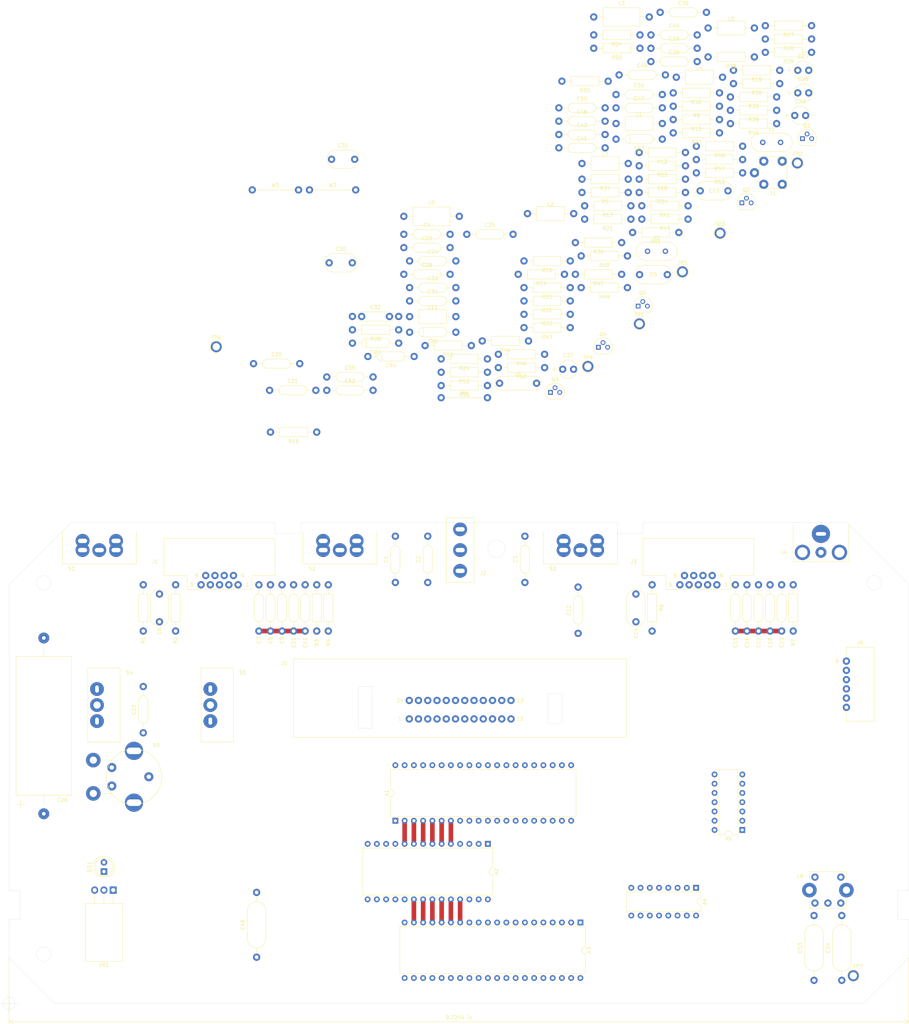
<source format=kicad_pcb>
(kicad_pcb (version 20171130) (host pcbnew "(5.1.4)-1")
  (layers (0 F.Cu signal) (31 B.Cu signal) (34 B.Paste user) (35 F.Paste user) (36 B.SilkS user) (37 F.SilkS user) (38 B.Mask user) (39 F.Mask user) (44 Edge.Cuts user))
  (net 0 "")
  (net 1 /A6)
  (net 2 "Net-(A1-Pad20)")
  (net 3 /o2)
  (net 4 "Net-(A1-Pad19)")
  (net 5 /A7)
  (net 6 "Net-(A1-Pad18)")
  (net 7 /A12)
  (net 8 /PB6)
  (net 9 /A9)
  (net 10 /PB7)
  (net 11 /RW)
  (net 12 /PA7)
  (net 13 /A1_R)
  (net 14 /PA6)
  (net 15 /D0)
  (net 16 /PA5)
  (net 17 /D1)
  (net 18 /PA4)
  (net 19 /D2)
  (net 20 /PA3)
  (net 21 /D3)
  (net 22 /PA2)
  (net 23 /D4)
  (net 24 /PA1)
  (net 25 /D5)
  (net 26 /PA0)
  (net 27 /D6)
  (net 28 /A0)
  (net 29 /D7)
  (net 30 /A1)
  (net 31 "Net-(A1-Pad25)")
  (net 32 /A2)
  (net 33 /PB0)
  (net 34 /A3)
  (net 35 /PB1)
  (net 36 /A4)
  (net 37 "Net-(A1-Pad22)")
  (net 38 /A5)
  (net 39 /PB3)
  (net 40 GND)
  (net 41 /o0)
  (net 42 /A8)
  (net 43 /RDY)
  (net 44 /A11)
  (net 45 /A10)
  (net 46 /A2_R)
  (net 47 /I0)
  (net 48 /I1)
  (net 49 /I2)
  (net 50 /I3)
  (net 51 /I4)
  (net 52 /I5)
  (net 53 /AUD)
  (net 54 /PAL-S)
  (net 55 /OSC)
  (net 56 "Net-(A3-Pad10)")
  (net 57 /COL)
  (net 58 "Net-(A3-Pad8)")
  (net 59 /LUM0)
  (net 60 "Net-(A3-Pad26)")
  (net 61 /LUM2)
  (net 62 /LUM1)
  (net 63 "Net-(A3-Pad4)")
  (net 64 /CSYNC)
  (net 65 "Net-(A4-Pad15)")
  (net 66 "Net-(A4-Pad7)")
  (net 67 "Net-(A4-Pad6)")
  (net 68 "Net-(A4-Pad5)")
  (net 69 "Net-(A4-Pad12)")
  (net 70 "Net-(A4-Pad10)")
  (net 71 "Net-(A4-Pad2)")
  (net 72 "Net-(A4-Pad1)")
  (net 73 "Net-(A5-Pad12)")
  (net 74 "Net-(A5-Pad10)")
  (net 75 "Net-(A5-Pad13)")
  (net 76 "Net-(A5-Pad11)")
  (net 77 "Net-(A5-Pad5)")
  (net 78 "Net-(A5-Pad3)")
  (net 79 "Net-(A5-Pad8)")
  (net 80 "Net-(A5-Pad1)")
  (net 81 "Net-(C2-Pad1)")
  (net 82 "Net-(C4-Pad1)")
  (net 83 "Net-(C11-Pad1)")
  (net 84 +5VA)
  (net 85 "Net-(C19-Pad1)")
  (net 86 "Net-(C20-Pad1)")
  (net 87 VCC)
  (net 88 "Net-(C31-Pad1)")
  (net 89 "Net-(C33-Pad1)")
  (net 90 "Net-(C35-Pad1)")
  (net 91 "Net-(C37-Pad1)")
  (net 92 "Net-(C39-Pad1)")
  (net 93 "Net-(C40-Pad1)")
  (net 94 "Net-(C47-Pad1)")
  (net 95 "Net-(C48-Pad1)")
  (net 96 "Net-(C49-Pad1)")
  (net 97 "Net-(C50-Pad1)")
  (net 98 "Net-(C51-Pad2)")
  (net 99 "Net-(C52-Pad2)")
  (net 100 "Net-(C52-Pad1)")
  (net 101 "Net-(C54-Pad2)")
  (net 102 "Net-(C55-Pad1)")
  (net 103 "Net-(CR3-Pad2)")
  (net 104 "Net-(CR3-Pad1)")
  (net 105 "Net-(DS1-Pad2)")
  (net 106 "Net-(J1-Pad9)")
  (net 107 +5V)
  (net 108 "Net-(J1-Pad5)")
  (net 109 "Net-(J3-Pad9)")
  (net 110 "Net-(J3-Pad5)")
  (net 111 "Net-(J4-Pad1)")
  (net 112 "Net-(J5-Pad23)")
  (net 113 "Net-(J5-Pad12)")
  (net 114 "Net-(J6-Pad5)")
  (net 115 "Net-(J6-Pad3)")
  (net 116 "Net-(J6-Pad1)")
  (net 117 "Net-(Q1-Pad1)")
  (net 118 "Net-(Q1-Pad3)")
  (net 119 "Net-(Q1-Pad2)")
  (net 120 "Net-(Q3-Pad2)")
  (net 121 "Net-(Q5-Pad3)")
  (net 122 "Net-(Q5-Pad2)")
  (module Atari2600Jr:Cartridge (layer F.Cu) (at 149.825 74.355)
    (fp_text reference J5 (at -48.26 -12.7) (layer F.SilkS))
    (fp_text value "Cartridge Connector")
    (fp_text user 13 (at 16.51 -2.54) (layer F.SilkS))
    (fp_text user 12 (at 16.51 2.54) (layer F.SilkS))
    (fp_text user 1 (at -16.51 2.54) (layer F.SilkS))
    (fp_text user 24 (at -16.51 -2.54) (layer F.SilkS))
    (pad 24 thru_hole circle (at -13.97 -2.54) (size 2 2) (drill 1) (layers *.Cu *.Mask) (net 40 GND))
    (pad 23 thru_hole circle (at -11.43 -2.54) (size 2 2) (drill 1) (layers *.Cu *.Mask) (net 112 "Net-(J5-Pad23)"))
    (pad 22 thru_hole circle (at -8.89 -2.54) (size 2 2) (drill 1) (layers *.Cu *.Mask) (net 42 /A8))
    (pad 21 thru_hole circle (at -6.35 -2.54) (size 2 2) (drill 1) (layers *.Cu *.Mask) (net 9 /A9))
    (pad 20 thru_hole circle (at -3.81 -2.54) (size 2 2) (drill 1) (layers *.Cu *.Mask) (net 44 /A11))
    (pad 19 thru_hole circle (at -1.27 -2.54) (size 2 2) (drill 1) (layers *.Cu *.Mask) (net 45 /A10))
    (pad 18 thru_hole circle (at 1.27 -2.54) (size 2 2) (drill 1) (layers *.Cu *.Mask) (net 7 /A12))
    (pad 17 thru_hole circle (at 3.81 -2.54) (size 2 2) (drill 1) (layers *.Cu *.Mask) (net 29 /D7))
    (pad 16 thru_hole circle (at 6.35 -2.54) (size 2 2) (drill 1) (layers *.Cu *.Mask) (net 27 /D6))
    (pad 15 thru_hole circle (at 8.89 -2.54) (size 2 2) (drill 1) (layers *.Cu *.Mask) (net 25 /D5))
    (pad 14 thru_hole circle (at 11.43 -2.54) (size 2 2) (drill 1) (layers *.Cu *.Mask) (net 23 /D4))
    (pad 13 thru_hole circle (at 13.97 -2.54) (size 2 2) (drill 1) (layers *.Cu *.Mask) (net 21 /D3))
    (pad 12 thru_hole circle (at 13.97 2.54) (size 2 2) (drill 1) (layers *.Cu *.Mask) (net 113 "Net-(J5-Pad12)"))
    (pad 11 thru_hole circle (at 11.43 2.54) (size 2 2) (drill 1) (layers *.Cu *.Mask) (net 19 /D2))
    (pad 10 thru_hole circle (at 8.89 2.54) (size 2 2) (drill 1) (layers *.Cu *.Mask) (net 17 /D1))
    (pad 9 thru_hole circle (at 6.35 2.54) (size 2 2) (drill 1) (layers *.Cu *.Mask) (net 15 /D0))
    (pad 8 thru_hole circle (at 3.81 2.54) (size 2 2) (drill 1) (layers *.Cu *.Mask) (net 28 /A0))
    (pad 7 thru_hole circle (at 1.27 2.54) (size 2 2) (drill 1) (layers *.Cu *.Mask) (net 30 /A1))
    (pad 6 thru_hole circle (at -1.27 2.54) (size 2 2) (drill 1) (layers *.Cu *.Mask) (net 32 /A2))
    (pad 5 thru_hole circle (at -3.81 2.54) (size 2 2) (drill 1) (layers *.Cu *.Mask) (net 34 /A3))
    (pad 4 thru_hole circle (at -6.35 2.54) (size 2 2) (drill 1) (layers *.Cu *.Mask) (net 36 /A4))
    (pad 3 thru_hole circle (at -8.89 2.54) (size 2 2) (drill 1) (layers *.Cu *.Mask) (net 38 /A5))
    (pad 2 thru_hole circle (at -11.43 2.54) (size 2 2) (drill 1) (layers *.Cu *.Mask) (net 1 /A6))
    (pad 1 thru_hole circle (at -13.97 2.54) (size 2 2) (drill 1) (layers *.Cu *.Mask) (net 5 /A7))
  )
  (module Atari2600Jr:Switch_top (layer F.Cu) (at 50.13 73.085)
    (fp_text reference S4 (at 8.89 -8.89) (layer F.SilkS))
    (fp_text value POWER_SW)
    (pad 1 thru_hole circle (at 0 4.4) (size 3.8 3.8) (drill oval 1 2) (layers *.Cu *.Mask) (net 91 "Net-(C37-Pad1)"))
    (pad 3 thru_hole circle (at 0 -4.4) (size 3.8 3.8) (drill oval 1 2) (layers *.Cu *.Mask) (net 81 "Net-(C2-Pad1)"))
    (pad 2 thru_hole circle (at 0 0) (size 3.8 3.8) (drill 2) (layers *.Cu *.Mask) (net 91 "Net-(C37-Pad1)"))
  )
  (module Atari2600Jr:Switch_top (layer F.Cu) (at 81.245 73.085)
    (fp_text reference S5 (at 8.89 -8.89) (layer F.SilkS))
    (fp_text value COLOR_SW)
    (pad 1 thru_hole circle (at 0 4.4) (size 3.8 3.8) (drill oval 1 2) (layers *.Cu *.Mask) (net 39 /PB3))
    (pad 3 thru_hole circle (at 0 -4.4) (size 3.8 3.8) (drill oval 1 2) (layers *.Cu *.Mask) (net 40 GND))
    (pad 2 thru_hole circle (at 0 0) (size 3.8 3.8) (drill 2) (layers *.Cu *.Mask) (net 40 GND))
  )
  (module Crystal:Crystal_HC18-U_Vertical (layer F.Cu) (at 201.28 -51.5)
    (fp_text reference Y2 (at 2.45 -3.525) (layer F.SilkS))
    (fp_text value 4.433618MHz)
    (pad 2 thru_hole circle (at 4.9 0) (size 1.5 1.5) (drill 0.8) (layers *.Cu *.Mask) (net 102 "Net-(C55-Pad1)"))
    (pad 1 thru_hole circle (at 0 0) (size 1.5 1.5) (drill 0.8) (layers *.Cu *.Mask) (net 95 "Net-(C48-Pad1)"))
  )
  (module Crystal:Crystal_HC18-U_Vertical (layer F.Cu) (at 232.9 -81.38)
    (fp_text reference Y1 (at 2.45 -3.525) (layer F.SilkS))
    (fp_text value 3.546894MHz)
    (pad 2 thru_hole circle (at 4.9 0) (size 1.5 1.5) (drill 0.8) (layers *.Cu *.Mask) (net 93 "Net-(C40-Pad1)"))
    (pad 1 thru_hole circle (at 0 0) (size 1.5 1.5) (drill 0.8) (layers *.Cu *.Mask) (net 119 "Net-(Q1-Pad2)"))
  )
  (module Atari2600Jr:Wire (layer F.Cu) (at 99.104999 -68.335001)
    (fp_text reference W3 (at 0 -1.27) (layer F.SilkS))
    (fp_text value DNF)
    (pad 2 thru_hole circle (at 6.35 0) (size 2 2) (drill 1) (layers *.Cu *.Mask) (net 66 "Net-(A4-Pad7)"))
    (pad 1 thru_hole circle (at -6.35 0) (size 2 2) (drill 1) (layers *.Cu *.Mask) (net 58 "Net-(A3-Pad8)"))
  )
  (module Atari2600Jr:Wire (layer F.Cu) (at 114.804999 -68.335001)
    (fp_text reference W2 (at 0 -1.27) (layer F.SilkS))
    (fp_text value DNF)
    (pad 2 thru_hole circle (at 6.35 0) (size 2 2) (drill 1) (layers *.Cu *.Mask) (net 54 /PAL-S))
    (pad 1 thru_hole circle (at -6.35 0) (size 2 2) (drill 1) (layers *.Cu *.Mask) (net 53 /AUD))
  )
  (module Atari2600Jr:Wire (layer F.Cu) (at 150.964999 -11.295001)
    (fp_text reference W1 (at 0 -1.27) (layer F.SilkS))
    (fp_text value DNF)
    (pad 2 thru_hole circle (at 6.35 0) (size 2 2) (drill 1) (layers *.Cu *.Mask) (net 58 "Net-(A3-Pad8)"))
    (pad 1 thru_hole circle (at -6.35 0) (size 2 2) (drill 1) (layers *.Cu *.Mask) (net 55 /OSC))
  )
  (module Package_TO_SOT_THT:TO-220-3_Horizontal_TabDown (layer F.Cu) (at 54.575 123.885 180)
    (fp_text reference VR1 (at 2.54 -20.58) (layer F.SilkS))
    (fp_text value L7805)
    (pad 3 thru_hole oval (at 5.08 0 180) (size 1.905 2) (drill 1.1) (layers *.Cu *.Mask) (net 87 VCC))
    (pad 2 thru_hole oval (at 2.54 0 180) (size 1.905 2) (drill 1.1) (layers *.Cu *.Mask) (net 40 GND))
    (pad 1 thru_hole rect (at 0 0 180) (size 1.905 2) (drill 1.1) (layers *.Cu *.Mask) (net 91 "Net-(C37-Pad1)"))
    (pad "" np_thru_hole oval (at 2.54 -16.66 180) (size 3.5 3.5) (drill 3.5) (layers *.Cu *.Mask))
  )
  (module TestPoint:TestPoint_Plated_Hole_D2.0mm (layer F.Cu) (at 257.775 147.38)
    (fp_text reference TP7 (at 1.27 -2.54) (layer F.SilkS))
    (fp_text value Audio)
    (pad 1 thru_hole circle (at 0 0) (size 3 3) (drill 2) (layers *.Cu *.Mask) (net 99 "Net-(C52-Pad2)"))
  )
  (module TestPoint:TestPoint_Plated_Hole_D2.0mm (layer F.Cu) (at 82.87 -25.28)
    (fp_text reference TP6 (at 0 -2.498) (layer F.SilkS))
    (fp_text value 4.43MHz)
    (pad 1 thru_hole circle (at 0 0) (size 3 3) (drill 2) (layers *.Cu *.Mask) (net 121 "Net-(Q5-Pad3)"))
  )
  (module TestPoint:TestPoint_Plated_Hole_D2.0mm (layer F.Cu) (at 210.86 -45.85)
    (fp_text reference TP5 (at 0 -2.498) (layer F.SilkS))
    (fp_text value A/V)
    (pad 1 thru_hole circle (at 0 0) (size 3 3) (drill 2) (layers *.Cu *.Mask) (net 89 "Net-(C33-Pad1)"))
  )
  (module TestPoint:TestPoint_Plated_Hole_D2.0mm (layer F.Cu) (at 184.9 -19.88)
    (fp_text reference TP4 (at 0 -2.498) (layer F.SilkS))
    (fp_text value A2_RES)
    (pad 1 thru_hole circle (at 0 0) (size 3 3) (drill 2) (layers *.Cu *.Mask) (net 46 /A2_R))
  )
  (module TestPoint:TestPoint_Plated_Hole_D2.0mm (layer F.Cu) (at 221.19 -56.46)
    (fp_text reference TP3 (at 0 -2.498) (layer F.SilkS))
    (fp_text value 3.54MHz)
    (pad 1 thru_hole circle (at 0 0) (size 3 3) (drill 2) (layers *.Cu *.Mask) (net 118 "Net-(Q1-Pad3)"))
  )
  (module TestPoint:TestPoint_Plated_Hole_D2.0mm (layer F.Cu) (at 242.42 -75.73)
    (fp_text reference TP2 (at 0 -2.498) (layer F.SilkS))
    (fp_text value A1_RES)
    (pad 1 thru_hole circle (at 0 0) (size 3 3) (drill 2) (layers *.Cu *.Mask) (net 13 /A1_R))
  )
  (module TestPoint:TestPoint_Plated_Hole_D2.0mm (layer F.Cu) (at 199.04 -31.57)
    (fp_text reference TP1 (at 0 -2.498) (layer F.SilkS))
    (fp_text value 5V)
    (pad 1 thru_hole circle (at 0 0) (size 3 3) (drill 2) (layers *.Cu *.Mask) (net 107 +5V))
  )
  (module Atari2600Jr:Atari_TV_Trans (layer F.Cu) (at 235.724999 -73.05)
    (fp_text reference T1 (at 0 5.715) (layer F.SilkS))
    (fp_text value TV_Trans)
    (pad 5 thru_hole circle (at 2.54 -3.175) (size 2.54 2.54) (drill 1.27) (layers *.Cu *.Mask) (net 90 "Net-(C35-Pad1)"))
    (pad 4 thru_hole circle (at -2.54 -3.175) (size 2.54 2.54) (drill 1.27) (layers *.Cu *.Mask) (net 77 "Net-(A5-Pad5)"))
    (pad 3 thru_hole circle (at -5.08 0) (size 2.54 2.54) (drill 1.27) (layers *.Cu *.Mask) (net 86 "Net-(C20-Pad1)"))
    (pad 2 thru_hole circle (at -2.54 3.175) (size 2.54 2.54) (drill 1.27) (layers *.Cu *.Mask) (net 80 "Net-(A5-Pad1)"))
    (pad 1 thru_hole circle (at 2.54 3.175) (size 2.54 2.54) (drill 1.27) (layers *.Cu *.Mask) (net 40 GND))
  )
  (module Atari2600Jr:Switch_rear (layer F.Cu) (at 182.845 29.27)
    (fp_text reference S3 (at -7.62 6.35) (layer F.SilkS))
    (fp_text value DIFF_R)
    (pad 3 thru_hole circle (at 4.6 -1.27) (size 3.8 3.8) (drill oval 2.5 1.2) (layers *.Cu *.Mask) (net 10 /PB7))
    (pad 3 thru_hole circle (at 4.6 1.27) (size 3.8 3.8) (drill oval 2.5 1.2) (layers *.Cu *.Mask) (net 10 /PB7))
    (pad 1 thru_hole circle (at -4.6 -1.27) (size 3.8 3.8) (drill oval 2.5 1.2) (layers *.Cu *.Mask) (net 40 GND))
    (pad 1 thru_hole circle (at -4.6 1.27) (size 3.8 3.8) (drill oval 2.5 1.2) (layers *.Cu *.Mask) (net 40 GND))
    (pad 2 thru_hole circle (at 0 1.27) (size 3.8 3.8) (drill oval 2.5 1.2) (layers *.Cu *.Mask) (net 40 GND))
  )
  (module Atari2600Jr:Switch_rear (layer F.Cu) (at 116.805 29.27)
    (fp_text reference S2 (at -7.62 6.35) (layer F.SilkS))
    (fp_text value DIFF_L)
    (pad 3 thru_hole circle (at 4.6 -1.27) (size 3.8 3.8) (drill oval 2.5 1.2) (layers *.Cu *.Mask) (net 8 /PB6))
    (pad 3 thru_hole circle (at 4.6 1.27) (size 3.8 3.8) (drill oval 2.5 1.2) (layers *.Cu *.Mask) (net 8 /PB6))
    (pad 1 thru_hole circle (at -4.6 -1.27) (size 3.8 3.8) (drill oval 2.5 1.2) (layers *.Cu *.Mask) (net 40 GND))
    (pad 1 thru_hole circle (at -4.6 1.27) (size 3.8 3.8) (drill oval 2.5 1.2) (layers *.Cu *.Mask) (net 40 GND))
    (pad 2 thru_hole circle (at 0 1.27) (size 3.8 3.8) (drill oval 2.5 1.2) (layers *.Cu *.Mask) (net 40 GND))
  )
  (module Atari2600Jr:Switch_rear (layer F.Cu) (at 50.765 29.27)
    (fp_text reference S1 (at -7.62 6.35) (layer F.SilkS))
    (fp_text value CH3/4)
    (pad 3 thru_hole circle (at 4.6 -1.27) (size 3.8 3.8) (drill oval 2.5 1.2) (layers *.Cu *.Mask) (net 107 +5V))
    (pad 3 thru_hole circle (at 4.6 1.27) (size 3.8 3.8) (drill oval 2.5 1.2) (layers *.Cu *.Mask) (net 107 +5V))
    (pad 1 thru_hole circle (at -4.6 -1.27) (size 3.8 3.8) (drill oval 2.5 1.2) (layers *.Cu *.Mask) (net 40 GND))
    (pad 1 thru_hole circle (at -4.6 1.27) (size 3.8 3.8) (drill oval 2.5 1.2) (layers *.Cu *.Mask) (net 40 GND))
    (pad 2 thru_hole circle (at 0 1.27) (size 3.8 3.8) (drill oval 2.5 1.2) (layers *.Cu *.Mask) (net 82 "Net-(C4-Pad1)"))
  )
  (module Atari2600Jr:R0.5Inch (layer F.Cu) (at 221.024999 -76.675)
    (fp_text reference R57 (at 0 2.54) (layer F.SilkS))
    (fp_text value 750)
    (pad 2 thru_hole circle (at -6.35 0) (size 2 2) (drill 1) (layers *.Cu *.Mask) (net 105 "Net-(DS1-Pad2)"))
    (pad 1 thru_hole circle (at 6.35 0) (size 2 2) (drill 1) (layers *.Cu *.Mask) (net 91 "Net-(C37-Pad1)"))
  )
  (module Atari2600Jr:R0.5Inch (layer F.Cu) (at 192.854999 -107.225)
    (fp_text reference R56 (at 0 2.54) (layer F.SilkS))
    (fp_text value 1K8)
    (pad 2 thru_hole circle (at -6.35 0) (size 2 2) (drill 1) (layers *.Cu *.Mask) (net 100 "Net-(C52-Pad1)"))
    (pad 1 thru_hole circle (at 6.35 0) (size 2 2) (drill 1) (layers *.Cu *.Mask) (net 89 "Net-(C33-Pad1)"))
  )
  (module Atari2600Jr:R0.5Inch (layer F.Cu) (at 184.114999 -98.185)
    (fp_text reference R55 (at 0 2.54) (layer F.SilkS))
    (fp_text value 6K8)
    (pad 2 thru_hole circle (at -6.35 0) (size 2 2) (drill 1) (layers *.Cu *.Mask) (net 97 "Net-(C50-Pad1)"))
    (pad 1 thru_hole circle (at 6.35 0) (size 2 2) (drill 1) (layers *.Cu *.Mask) (net 98 "Net-(C51-Pad2)"))
  )
  (module Atari2600Jr:R0.5Inch (layer F.Cu) (at 192.854999 -110.885)
    (fp_text reference R54 (at 0 2.54) (layer F.SilkS))
    (fp_text value DNF)
    (pad 2 thru_hole circle (at -6.35 0) (size 2 2) (drill 1) (layers *.Cu *.Mask) (net 65 "Net-(A4-Pad15)"))
    (pad 1 thru_hole circle (at 6.35 0) (size 2 2) (drill 1) (layers *.Cu *.Mask) (net 57 /COL))
  )
  (module Atari2600Jr:R0.5Inch (layer F.Cu) (at 221.024999 -73.015)
    (fp_text reference R53 (at 0 2.54) (layer F.SilkS))
    (fp_text value 10K)
    (pad 2 thru_hole circle (at -6.35 0) (size 2 2) (drill 1) (layers *.Cu *.Mask) (net 65 "Net-(A4-Pad15)"))
    (pad 1 thru_hole circle (at 6.35 0) (size 2 2) (drill 1) (layers *.Cu *.Mask) (net 89 "Net-(C33-Pad1)"))
  )
  (module Atari2600Jr:R0.5Inch (layer F.Cu) (at 150.964999 -18.285)
    (fp_text reference R52 (at 0 2.54) (layer F.SilkS))
    (fp_text value 39K)
    (pad 2 thru_hole circle (at -6.35 0) (size 2 2) (drill 1) (layers *.Cu *.Mask) (net 71 "Net-(A4-Pad2)"))
    (pad 1 thru_hole circle (at 6.35 0) (size 2 2) (drill 1) (layers *.Cu *.Mask) (net 89 "Net-(C33-Pad1)"))
  )
  (module Atari2600Jr:R0.5Inch (layer F.Cu) (at 203.514999 -56.655)
    (fp_text reference R51 (at 0 2.54) (layer F.SilkS))
    (fp_text value 10K)
    (pad 2 thru_hole circle (at -6.35 0) (size 2 2) (drill 1) (layers *.Cu *.Mask) (net 69 "Net-(A4-Pad12)"))
    (pad 1 thru_hole circle (at 6.35 0) (size 2 2) (drill 1) (layers *.Cu *.Mask) (net 89 "Net-(C33-Pad1)"))
  )
  (module Atari2600Jr:R0.5Inch (layer F.Cu) (at 166.664999 -19.555)
    (fp_text reference R50 (at 0 2.54) (layer F.SilkS))
    (fp_text value DNF)
    (pad 2 thru_hole circle (at -6.35 0) (size 2 2) (drill 1) (layers *.Cu *.Mask) (net 67 "Net-(A4-Pad6)"))
    (pad 1 thru_hole circle (at 6.35 0) (size 2 2) (drill 1) (layers *.Cu *.Mask) (net 89 "Net-(C33-Pad1)"))
  )
  (module Atari2600Jr:R0.5Inch (layer F.Cu) (at 189.404999 -41.515)
    (fp_text reference R49 (at 0 2.54) (layer F.SilkS))
    (fp_text value 20K)
    (pad 2 thru_hole circle (at -6.35 0) (size 2 2) (drill 1) (layers *.Cu *.Mask) (net 70 "Net-(A4-Pad10)"))
    (pad 1 thru_hole circle (at 6.35 0) (size 2 2) (drill 1) (layers *.Cu *.Mask) (net 89 "Net-(C33-Pad1)"))
  )
  (module Atari2600Jr:R0.5Inch (layer F.Cu) (at 189.404999 -50.215)
    (fp_text reference R48 (at 0 2.54) (layer F.SilkS))
    (fp_text value 18K)
    (pad 2 thru_hole circle (at -6.35 0) (size 2 2) (drill 1) (layers *.Cu *.Mask) (net 96 "Net-(C49-Pad1)"))
    (pad 1 thru_hole circle (at 6.35 0) (size 2 2) (drill 1) (layers *.Cu *.Mask) (net 99 "Net-(C52-Pad2)"))
  )
  (module Atari2600Jr:R0.5Inch (layer F.Cu) (at 206.054999 -60.315)
    (fp_text reference R47 (at 0 2.54) (layer F.SilkS))
    (fp_text value 100)
    (pad 2 thru_hole circle (at -6.35 0) (size 2 2) (drill 1) (layers *.Cu *.Mask) (net 121 "Net-(Q5-Pad3)"))
    (pad 1 thru_hole circle (at 6.35 0) (size 2 2) (drill 1) (layers *.Cu *.Mask) (net 58 "Net-(A3-Pad8)"))
  )
  (module Atari2600Jr:R0.5Inch (layer F.Cu) (at 166.664999 -23.215)
    (fp_text reference R46 (at 0 2.54) (layer F.SilkS))
    (fp_text value 1K)
    (pad 2 thru_hole circle (at -6.35 0) (size 2 2) (drill 1) (layers *.Cu *.Mask) (net 121 "Net-(Q5-Pad3)"))
    (pad 1 thru_hole circle (at 6.35 0) (size 2 2) (drill 1) (layers *.Cu *.Mask) (net 2 "Net-(A1-Pad20)"))
  )
  (module Atari2600Jr:R0.5Inch (layer F.Cu) (at 230.374999 -86.535)
    (fp_text reference R45 (at 0 2.54) (layer F.SilkS))
    (fp_text value 10K)
    (pad 2 thru_hole circle (at -6.35 0) (size 2 2) (drill 1) (layers *.Cu *.Mask) (net 122 "Net-(Q5-Pad2)"))
    (pad 1 thru_hole circle (at 6.35 0) (size 2 2) (drill 1) (layers *.Cu *.Mask) (net 121 "Net-(Q5-Pad3)"))
  )
  (module Atari2600Jr:R0.5Inch (layer F.Cu) (at 162.244999 -26.875)
    (fp_text reference R44 (at 0 2.54) (layer F.SilkS))
    (fp_text value 6K8)
    (pad 2 thru_hole circle (at -6.35 0) (size 2 2) (drill 1) (layers *.Cu *.Mask) (net 40 GND))
    (pad 1 thru_hole circle (at 6.35 0) (size 2 2) (drill 1) (layers *.Cu *.Mask) (net 122 "Net-(Q5-Pad2)"))
  )
  (module Atari2600Jr:R0.5Inch (layer F.Cu) (at 173.704999 -30.535)
    (fp_text reference R43 (at 0 2.54) (layer F.SilkS))
    (fp_text value 9K1)
    (pad 2 thru_hole circle (at -6.35 0) (size 2 2) (drill 1) (layers *.Cu *.Mask) (net 40 GND))
    (pad 1 thru_hole circle (at 6.35 0) (size 2 2) (drill 1) (layers *.Cu *.Mask) (net 99 "Net-(C52-Pad2)"))
  )
  (module Atari2600Jr:R0.5Inch (layer F.Cu) (at 187.814999 -45.175)
    (fp_text reference R42 (at 0 2.54) (layer F.SilkS))
    (fp_text value 6K8)
    (pad 2 thru_hole circle (at -6.35 0) (size 2 2) (drill 1) (layers *.Cu *.Mask) (net 40 GND))
    (pad 1 thru_hole circle (at 6.35 0) (size 2 2) (drill 1) (layers *.Cu *.Mask) (net 89 "Net-(C33-Pad1)"))
  )
  (module Atari2600Jr:R0.5Inch (layer F.Cu) (at 206.054999 -63.975)
    (fp_text reference R41 (at 0 2.54) (layer F.SilkS))
    (fp_text value 3K3)
    (pad 2 thru_hole circle (at -6.35 0) (size 2 2) (drill 1) (layers *.Cu *.Mask) (net 97 "Net-(C50-Pad1)"))
    (pad 1 thru_hole circle (at 6.35 0) (size 2 2) (drill 1) (layers *.Cu *.Mask) (net 84 +5VA))
  )
  (module Atari2600Jr:R0.5Inch (layer F.Cu) (at 221.024999 -80.335)
    (fp_text reference R40 (at 0 2.54) (layer F.SilkS))
    (fp_text value 100K)
    (pad 2 thru_hole circle (at -6.35 0) (size 2 2) (drill 1) (layers *.Cu *.Mask) (net 68 "Net-(A4-Pad5)"))
    (pad 1 thru_hole circle (at 6.35 0) (size 2 2) (drill 1) (layers *.Cu *.Mask) (net 13 /A1_R))
  )
  (module Atari2600Jr:R0.5Inch (layer F.Cu) (at 230.374999 -90.195)
    (fp_text reference R39 (at 0 2.54) (layer F.SilkS))
    (fp_text value 4K7)
    (pad 2 thru_hole circle (at -6.35 0) (size 2 2) (drill 1) (layers *.Cu *.Mask) (net 43 /RDY))
    (pad 1 thru_hole circle (at 6.35 0) (size 2 2) (drill 1) (layers *.Cu *.Mask) (net 2 "Net-(A1-Pad20)"))
  )
  (module Atari2600Jr:R0.5Inch (layer F.Cu) (at 224.254999 -104.835)
    (fp_text reference R38 (at 0 2.54) (layer F.SilkS))
    (fp_text value 12K)
    (pad 2 thru_hole circle (at -6.35 0) (size 2 2) (drill 1) (layers *.Cu *.Mask) (net 13 /A1_R))
    (pad 1 thru_hole circle (at 6.35 0) (size 2 2) (drill 1) (layers *.Cu *.Mask) (net 2 "Net-(A1-Pad20)"))
  )
  (module Atari2600Jr:R0.5Inch (layer F.Cu) (at 189.624999 -71.295)
    (fp_text reference R37 (at 0 2.54) (layer F.SilkS))
    (fp_text value 470)
    (pad 2 thru_hole circle (at -6.35 0) (size 2 2) (drill 1) (layers *.Cu *.Mask) (net 95 "Net-(C48-Pad1)"))
    (pad 1 thru_hole circle (at 6.35 0) (size 2 2) (drill 1) (layers *.Cu *.Mask) (net 122 "Net-(Q5-Pad2)"))
  )
  (module Atari2600Jr:R0.5Inch (layer F.Cu) (at 214.674999 -94.975)
    (fp_text reference R36 (at 0 2.54) (layer F.SilkS))
    (fp_text value 4K7)
    (pad 2 thru_hole circle (at -6.35 0) (size 2 2) (drill 1) (layers *.Cu *.Mask) (net 54 /PAL-S))
    (pad 1 thru_hole circle (at 6.35 0) (size 2 2) (drill 1) (layers *.Cu *.Mask) (net 2 "Net-(A1-Pad20)"))
  )
  (module Atari2600Jr:R0.5Inch (layer F.Cu) (at 150.964999 -14.625)
    (fp_text reference R35 (at 0 2.54) (layer F.SilkS))
    (fp_text value 3K3)
    (pad 2 thru_hole circle (at -6.35 0) (size 2 2) (drill 1) (layers *.Cu *.Mask) (net 62 /LUM1))
    (pad 1 thru_hole circle (at 6.35 0) (size 2 2) (drill 1) (layers *.Cu *.Mask) (net 84 +5VA))
  )
  (module Atari2600Jr:R0.5Inch (layer F.Cu) (at 205.324999 -67.635)
    (fp_text reference R34 (at 0 2.54) (layer F.SilkS))
    (fp_text value 1K)
    (pad 2 thru_hole circle (at -6.35 0) (size 2 2) (drill 1) (layers *.Cu *.Mask) (net 53 /AUD))
    (pad 1 thru_hole circle (at 6.35 0) (size 2 2) (drill 1) (layers *.Cu *.Mask) (net 84 +5VA))
  )
  (module Atari2600Jr:R0.5Inch (layer F.Cu) (at 230.374999 -93.855)
    (fp_text reference R33 (at 0 2.54) (layer F.SilkS))
    (fp_text value 3K3)
    (pad 2 thru_hole circle (at -6.35 0) (size 2 2) (drill 1) (layers *.Cu *.Mask) (net 64 /CSYNC))
    (pad 1 thru_hole circle (at 6.35 0) (size 2 2) (drill 1) (layers *.Cu *.Mask) (net 84 +5VA))
  )
  (module Atari2600Jr:R0.5Inch (layer F.Cu) (at 173.704999 -34.195)
    (fp_text reference R32 (at 0 2.54) (layer F.SilkS))
    (fp_text value 100)
    (pad 2 thru_hole circle (at -6.35 0) (size 2 2) (drill 1) (layers *.Cu *.Mask) (net 41 /o0))
    (pad 1 thru_hole circle (at 6.35 0) (size 2 2) (drill 1) (layers *.Cu *.Mask) (net 63 "Net-(A3-Pad4)"))
  )
  (module Atari2600Jr:R0.5Inch (layer F.Cu) (at 173.704999 -37.855)
    (fp_text reference R31 (at 0 2.54) (layer F.SilkS))
    (fp_text value 10K)
    (pad 2 thru_hole circle (at -6.35 0) (size 2 2) (drill 1) (layers *.Cu *.Mask) (net 61 /LUM2))
    (pad 1 thru_hole circle (at 6.35 0) (size 2 2) (drill 1) (layers *.Cu *.Mask) (net 84 +5VA))
  )
  (module Atari2600Jr:R0.5Inch (layer F.Cu) (at 231.214999 -97.515)
    (fp_text reference R30 (at 0 2.54) (layer F.SilkS))
    (fp_text value 3K3)
    (pad 2 thru_hole circle (at -6.35 0) (size 2 2) (drill 1) (layers *.Cu *.Mask) (net 59 /LUM0))
    (pad 1 thru_hole circle (at 6.35 0) (size 2 2) (drill 1) (layers *.Cu *.Mask) (net 84 +5VA))
  )
  (module Atari2600Jr:R0.5Inch (layer F.Cu) (at 239.954999 -106.105)
    (fp_text reference R29 (at 0 2.54) (layer F.SilkS))
    (fp_text value 1K)
    (pad 2 thru_hole circle (at -6.35 0) (size 2 2) (drill 1) (layers *.Cu *.Mask) (net 57 /COL))
    (pad 1 thru_hole circle (at 6.35 0) (size 2 2) (drill 1) (layers *.Cu *.Mask) (net 84 +5VA))
  )
  (module Atari2600Jr:R0.5Inch (layer F.Cu) (at 126.604999 -29.935)
    (fp_text reference R28 (at 0 2.54) (layer F.SilkS))
    (fp_text value 1M)
    (pad 2 thru_hole circle (at -6.35 0) (size 2 2) (drill 1) (layers *.Cu *.Mask) (net 46 /A2_R))
    (pad 1 thru_hole circle (at 6.35 0) (size 2 2) (drill 1) (layers *.Cu *.Mask) (net 68 "Net-(A4-Pad5)"))
  )
  (module Atari2600Jr:R0.5Inch (layer F.Cu) (at 239.954999 -113.425)
    (fp_text reference R27 (at 0 2.54) (layer F.SilkS))
    (fp_text value 100)
    (pad 2 thru_hole circle (at -6.35 0) (size 2 2) (drill 1) (layers *.Cu *.Mask) (net 3 /o2))
    (pad 1 thru_hole circle (at 6.35 0) (size 2 2) (drill 1) (layers *.Cu *.Mask) (net 60 "Net-(A3-Pad26)"))
  )
  (module Atari2600Jr:R0.5Inch (layer F.Cu) (at 187.814999 -53.875)
    (fp_text reference R26 (at 0 2.54) (layer F.SilkS))
    (fp_text value 220)
    (pad 2 thru_hole circle (at -6.35 0) (size 2 2) (drill 1) (layers *.Cu *.Mask) (net 40 GND))
    (pad 1 thru_hole circle (at 6.35 0) (size 2 2) (drill 1) (layers *.Cu *.Mask) (net 93 "Net-(C40-Pad1)"))
  )
  (module Atari2600Jr:R0.5Inch (layer F.Cu) (at 173.704999 -41.515)
    (fp_text reference R25 (at 0 2.54) (layer F.SilkS))
    (fp_text value 2K2)
    (pad 2 thru_hole circle (at -6.35 0) (size 2 2) (drill 1) (layers *.Cu *.Mask) (net 40 GND))
    (pad 1 thru_hole circle (at 6.35 0) (size 2 2) (drill 1) (layers *.Cu *.Mask) (net 92 "Net-(C39-Pad1)"))
  )
  (module Atari2600Jr:R0.5Inch (layer F.Cu) (at 150.964999 -21.945)
    (fp_text reference R24 (at 0 2.54) (layer F.SilkS))
    (fp_text value 1K)
    (pad 2 thru_hole circle (at -6.35 0) (size 2 2) (drill 1) (layers *.Cu *.Mask) (net 92 "Net-(C39-Pad1)"))
    (pad 1 thru_hole circle (at 6.35 0) (size 2 2) (drill 1) (layers *.Cu *.Mask) (net 2 "Net-(A1-Pad20)"))
  )
  (module Atari2600Jr:R0.5Inch (layer F.Cu) (at 205.324999 -74.955)
    (fp_text reference R23 (at 0 2.54) (layer F.SilkS))
    (fp_text value 91)
    (pad 2 thru_hole circle (at -6.35 0) (size 2 2) (drill 1) (layers *.Cu *.Mask) (net 117 "Net-(Q1-Pad1)"))
    (pad 1 thru_hole circle (at 6.35 0) (size 2 2) (drill 1) (layers *.Cu *.Mask) (net 2 "Net-(A1-Pad20)"))
  )
  (module Atari2600Jr:R0.5Inch (layer F.Cu) (at 214.674999 -83.995)
    (fp_text reference R22 (at 0 2.54) (layer F.SilkS))
    (fp_text value 4K7)
    (pad 2 thru_hole circle (at -6.35 0) (size 2 2) (drill 1) (layers *.Cu *.Mask) (net 103 "Net-(CR3-Pad2)"))
    (pad 1 thru_hole circle (at 6.35 0) (size 2 2) (drill 1) (layers *.Cu *.Mask) (net 91 "Net-(C37-Pad1)"))
  )
  (module Atari2600Jr:R0.5Inch (layer F.Cu) (at 190.354999 -60.315)
    (fp_text reference R21 (at 0 2.54) (layer F.SilkS))
    (fp_text value 1K5)
    (pad 2 thru_hole circle (at -6.35 0) (size 2 2) (drill 1) (layers *.Cu *.Mask) (net 75 "Net-(A5-Pad13)"))
    (pad 1 thru_hole circle (at 6.35 0) (size 2 2) (drill 1) (layers *.Cu *.Mask) (net 74 "Net-(A5-Pad10)"))
  )
  (module Atari2600Jr:R0.5Inch (layer F.Cu) (at 239.954999 -109.765)
    (fp_text reference R20 (at 0 2.54) (layer F.SilkS))
    (fp_text value 1K)
    (pad 2 thru_hole circle (at -6.35 0) (size 2 2) (drill 1) (layers *.Cu *.Mask) (net 40 GND))
    (pad 1 thru_hole circle (at 6.35 0) (size 2 2) (drill 1) (layers *.Cu *.Mask) (net 75 "Net-(A5-Pad13)"))
  )
  (module Atari2600Jr:R0.5Inch (layer F.Cu) (at 231.214999 -101.175)
    (fp_text reference R19 (at 0 2.54) (layer F.SilkS))
    (fp_text value 100)
    (pad 2 thru_hole circle (at -6.35 0) (size 2 2) (drill 1) (layers *.Cu *.Mask) (net 111 "Net-(J4-Pad1)"))
    (pad 1 thru_hole circle (at 6.35 0) (size 2 2) (drill 1) (layers *.Cu *.Mask) (net 90 "Net-(C35-Pad1)"))
  )
  (module Atari2600Jr:R0.5Inch (layer F.Cu) (at 205.324999 -71.295)
    (fp_text reference R18 (at 0 2.54) (layer F.SilkS))
    (fp_text value 100)
    (pad 2 thru_hole circle (at -6.35 0) (size 2 2) (drill 1) (layers *.Cu *.Mask) (net 76 "Net-(A5-Pad11)"))
    (pad 1 thru_hole circle (at 6.35 0) (size 2 2) (drill 1) (layers *.Cu *.Mask) (net 86 "Net-(C20-Pad1)"))
  )
  (module Atari2600Jr:R0.5Inch (layer F.Cu) (at 190.354999 -63.975)
    (fp_text reference R17 (at 0 2.54) (layer F.SilkS))
    (fp_text value 330)
    (pad 2 thru_hole circle (at -6.35 0) (size 2 2) (drill 1) (layers *.Cu *.Mask) (net 89 "Net-(C33-Pad1)"))
    (pad 1 thru_hole circle (at 6.35 0) (size 2 2) (drill 1) (layers *.Cu *.Mask) (net 78 "Net-(A5-Pad3)"))
  )
  (module Atari2600Jr:R0.5Inch (layer F.Cu) (at 104.105 -1.845)
    (fp_text reference R16 (at 0 2.54) (layer F.SilkS))
    (fp_text value 2K7)
    (pad 2 thru_hole circle (at -6.35 0) (size 2 2) (drill 1) (layers *.Cu *.Mask) (net 40 GND))
    (pad 1 thru_hole circle (at 6.35 0) (size 2 2) (drill 1) (layers *.Cu *.Mask) (net 120 "Net-(Q3-Pad2)"))
  )
  (module Atari2600Jr:R0.5Inch (layer F.Cu) (at 214.674999 -87.655)
    (fp_text reference R15 (at 0 2.54) (layer F.SilkS))
    (fp_text value 10K)
    (pad 2 thru_hole circle (at -6.35 0) (size 2 2) (drill 1) (layers *.Cu *.Mask) (net 40 GND))
    (pad 1 thru_hole circle (at 6.35 0) (size 2 2) (drill 1) (layers *.Cu *.Mask) (net 88 "Net-(C31-Pad1)"))
  )
  (module Atari2600Jr:R0.5Inch (layer F.Cu) (at 172.114999 -45.175)
    (fp_text reference R14 (at 0 2.54) (layer F.SilkS))
    (fp_text value 3K3)
    (pad 2 thru_hole circle (at -6.35 0) (size 2 2) (drill 1) (layers *.Cu *.Mask) (net 66 "Net-(A4-Pad7)"))
    (pad 1 thru_hole circle (at 6.35 0) (size 2 2) (drill 1) (layers *.Cu *.Mask) (net 84 +5VA))
  )
  (module Atari2600Jr:R0.5Inch (layer F.Cu) (at 205.324999 -78.615)
    (fp_text reference R12 (at 0 2.54) (layer F.SilkS))
    (fp_text value 100)
    (pad 2 thru_hole circle (at -6.35 0) (size 2 2) (drill 1) (layers *.Cu *.Mask) (net 55 /OSC))
    (pad 1 thru_hole circle (at 6.35 0) (size 2 2) (drill 1) (layers *.Cu *.Mask) (net 118 "Net-(Q1-Pad3)"))
  )
  (module Atari2600Jr:R0.5Inch (layer F.Cu) (at 146.544999 -25.605)
    (fp_text reference R11 (at 0 2.54) (layer F.SilkS))
    (fp_text value 240)
    (pad 2 thru_hole circle (at -6.35 0) (size 2 2) (drill 1) (layers *.Cu *.Mask) (net 40 GND))
    (pad 1 thru_hole circle (at 6.35 0) (size 2 2) (drill 1) (layers *.Cu *.Mask) (net 118 "Net-(Q1-Pad3)"))
  )
  (module Atari2600Jr:R0.5Inch (layer F.Cu) (at 173.704999 -48.835)
    (fp_text reference R10 (at 0 2.54) (layer F.SilkS))
    (fp_text value 220)
    (pad 2 thru_hole circle (at -6.35 0) (size 2 2) (drill 1) (layers *.Cu *.Mask) (net 92 "Net-(C39-Pad1)"))
    (pad 1 thru_hole circle (at 6.35 0) (size 2 2) (drill 1) (layers *.Cu *.Mask) (net 119 "Net-(Q1-Pad2)"))
  )
  (module Atari2600Jr:R_Var (layer F.Cu) (at 59.274 92.77)
    (fp_text reference R9 (at 7.112 -8.636) (layer F.SilkS))
    (fp_text value 500K)
    (pad "" np_thru_hole circle (at 1.016 0) (size 4.8 4.8) (drill 4.8) (layers *.Cu *.Mask))
    (pad 3 thru_hole circle (at -10.16 4.572) (size 4 4) (drill 2) (layers *.Cu *.Mask) (net 40 GND))
    (pad 1 thru_hole circle (at -10.16 -4.572) (size 4 4) (drill 2) (layers *.Cu *.Mask) (net 103 "Net-(CR3-Pad2)"))
    (pad 2 thru_hole circle (at 1.016 7.112) (size 5 5) (drill oval 4 1.8) (layers *.Cu *.Mask) (net 56 "Net-(A3-Pad10)"))
    (pad 2 thru_hole circle (at 1.016 -7.112) (size 5 5) (drill oval 4 1.8) (layers *.Cu *.Mask) (net 56 "Net-(A3-Pad10)"))
    (pad 3 thru_hole circle (at -5.08 2.54) (size 2.5 2.5) (drill 1.2) (layers *.Cu *.Mask) (net 40 GND))
    (pad 1 thru_hole circle (at -5.08 -2.54) (size 2.5 2.5) (drill 1.2) (layers *.Cu *.Mask) (net 103 "Net-(CR3-Pad2)"))
    (pad 2 thru_hole circle (at 5.08 0) (size 2.5 2.5) (drill 1.2) (layers *.Cu *.Mask) (net 56 "Net-(A3-Pad10)"))
  )
  (module Atari2600Jr:R0.5Inch (layer F.Cu) (at 214.674999 -91.315)
    (fp_text reference R8 (at 0 2.54) (layer F.SilkS))
    (fp_text value 220)
    (pad 2 thru_hole circle (at -6.35 0) (size 2 2) (drill 1) (layers *.Cu *.Mask) (net 52 /I5))
    (pad 1 thru_hole circle (at 6.35 0) (size 2 2) (drill 1) (layers *.Cu *.Mask) (net 85 "Net-(C19-Pad1)"))
  )
  (module Atari2600Jr:R0.5Inch (layer F.Cu) (at 241.265 46.415 270)
    (fp_text reference R7 (at 9.525 0 90) (layer F.SilkS))
    (fp_text value 10K)
    (pad 2 thru_hole circle (at -6.35 0 270) (size 2 2) (drill 1) (layers *.Cu *.Mask) (net 107 +5V))
    (pad 1 thru_hole circle (at 6.35 0 270) (size 2 2) (drill 1) (layers *.Cu *.Mask) (net 52 /I5))
  )
  (module Atari2600Jr:R0.5Inch (layer F.Cu) (at 202.53 46.415 90)
    (fp_text reference R6 (at 0 2.54 90) (layer F.SilkS))
    (fp_text value 1K8)
    (pad 2 thru_hole circle (at -6.35 0 90) (size 2 2) (drill 1) (layers *.Cu *.Mask) (net 49 /I2))
    (pad 1 thru_hole circle (at 6.35 0 90) (size 2 2) (drill 1) (layers *.Cu *.Mask) (net 110 "Net-(J3-Pad5)"))
  )
  (module Atari2600Jr:R0.5Inch (layer F.Cu) (at 189.624999 -67.635)
    (fp_text reference R5 (at 0 2.54) (layer F.SilkS))
    (fp_text value 1K8)
    (pad 2 thru_hole circle (at -6.35 0) (size 2 2) (drill 1) (layers *.Cu *.Mask) (net 50 /I3))
    (pad 1 thru_hole circle (at 6.35 0) (size 2 2) (drill 1) (layers *.Cu *.Mask) (net 109 "Net-(J3-Pad9)"))
  )
  (module Atari2600Jr:R0.5Inch (layer F.Cu) (at 113.63 46.415 270)
    (fp_text reference R4 (at 9.525 0 90) (layer F.SilkS))
    (fp_text value 10K)
    (pad 2 thru_hole circle (at -6.35 0 270) (size 2 2) (drill 1) (layers *.Cu *.Mask) (net 107 +5V))
    (pad 1 thru_hole circle (at 6.35 0 270) (size 2 2) (drill 1) (layers *.Cu *.Mask) (net 51 /I4))
  )
  (module Atari2600Jr:R0.5Inch (layer F.Cu) (at 110.455 46.415 90)
    (fp_text reference R3 (at -9.525 0 90) (layer F.SilkS))
    (fp_text value 220)
    (pad 2 thru_hole circle (at -6.35 0 90) (size 2 2) (drill 1) (layers *.Cu *.Mask) (net 51 /I4))
    (pad 1 thru_hole circle (at 6.35 0 90) (size 2 2) (drill 1) (layers *.Cu *.Mask) (net 83 "Net-(C11-Pad1)"))
  )
  (module Atari2600Jr:R0.5Inch (layer F.Cu) (at 71.72 46.415 90)
    (fp_text reference R2 (at -8.89 0 90) (layer F.SilkS))
    (fp_text value 1K8)
    (pad 2 thru_hole circle (at -6.35 0 90) (size 2 2) (drill 1) (layers *.Cu *.Mask) (net 47 /I0))
    (pad 1 thru_hole circle (at 6.35 0 90) (size 2 2) (drill 1) (layers *.Cu *.Mask) (net 108 "Net-(J1-Pad5)"))
  )
  (module Atari2600Jr:R0.5Inch (layer F.Cu) (at 62.83 46.415 90)
    (fp_text reference R1 (at -8.89 0 90) (layer F.SilkS))
    (fp_text value 1K8)
    (pad 2 thru_hole circle (at -6.35 0 90) (size 2 2) (drill 1) (layers *.Cu *.Mask) (net 48 /I1))
    (pad 1 thru_hole circle (at 6.35 0 90) (size 2 2) (drill 1) (layers *.Cu *.Mask) (net 106 "Net-(J1-Pad9)"))
  )
  (module Package_TO_SOT_THT:TO-92 (layer F.Cu) (at 198.7 -36.43)
    (fp_text reference Q5 (at 1.27 -3.56) (layer F.SilkS))
    (fp_text value 2N3904)
    (pad 1 thru_hole rect (at 0 0 90) (size 1.3 1.3) (drill 0.75) (layers *.Cu *.Mask) (net 40 GND))
    (pad 3 thru_hole circle (at 2.54 0 90) (size 1.3 1.3) (drill 0.75) (layers *.Cu *.Mask) (net 121 "Net-(Q5-Pad3)"))
    (pad 2 thru_hole circle (at 1.27 -1.27 90) (size 1.3 1.3) (drill 0.75) (layers *.Cu *.Mask) (net 122 "Net-(Q5-Pad2)"))
  )
  (module Package_TO_SOT_THT:TO-92 (layer F.Cu) (at 187.78 -25.15)
    (fp_text reference Q4 (at 1.27 -3.56) (layer F.SilkS))
    (fp_text value 2N3904)
    (pad 1 thru_hole rect (at 0 0 90) (size 1.3 1.3) (drill 0.75) (layers *.Cu *.Mask) (net 99 "Net-(C52-Pad2)"))
    (pad 3 thru_hole circle (at 2.54 0 90) (size 1.3 1.3) (drill 0.75) (layers *.Cu *.Mask) (net 101 "Net-(C54-Pad2)"))
    (pad 2 thru_hole circle (at 1.27 -1.27 90) (size 1.3 1.3) (drill 0.75) (layers *.Cu *.Mask) (net 84 +5VA))
  )
  (module Package_TO_SOT_THT:TO-92 (layer F.Cu) (at 174.62 -12.75)
    (fp_text reference Q3 (at 1.27 -3.56) (layer F.SilkS))
    (fp_text value 2N3906)
    (pad 1 thru_hole rect (at 0 0 90) (size 1.3 1.3) (drill 0.75) (layers *.Cu *.Mask) (net 76 "Net-(A5-Pad11)"))
    (pad 3 thru_hole circle (at 2.54 0 90) (size 1.3 1.3) (drill 0.75) (layers *.Cu *.Mask) (net 88 "Net-(C31-Pad1)"))
    (pad 2 thru_hole circle (at 1.27 -1.27 90) (size 1.3 1.3) (drill 0.75) (layers *.Cu *.Mask) (net 120 "Net-(Q3-Pad2)"))
  )
  (module Package_TO_SOT_THT:TO-92 (layer F.Cu) (at 227.17 -64.79)
    (fp_text reference Q2 (at 1.27 -3.56) (layer F.SilkS))
    (fp_text value 2N3906)
    (pad 1 thru_hole rect (at 0 0 90) (size 1.3 1.3) (drill 0.75) (layers *.Cu *.Mask) (net 117 "Net-(Q1-Pad1)"))
    (pad 3 thru_hole circle (at 2.54 0 90) (size 1.3 1.3) (drill 0.75) (layers *.Cu *.Mask) (net 93 "Net-(C40-Pad1)"))
    (pad 2 thru_hole circle (at 1.27 -1.27 90) (size 1.3 1.3) (drill 0.75) (layers *.Cu *.Mask) (net 92 "Net-(C39-Pad1)"))
  )
  (module Package_TO_SOT_THT:TO-92 (layer F.Cu) (at 243.81 -82.42)
    (fp_text reference Q1 (at 1.27 -3.56) (layer F.SilkS))
    (fp_text value 2N3906)
    (pad 1 thru_hole rect (at 0 0 90) (size 1.3 1.3) (drill 0.75) (layers *.Cu *.Mask) (net 117 "Net-(Q1-Pad1)"))
    (pad 3 thru_hole circle (at 2.54 0 90) (size 1.3 1.3) (drill 0.75) (layers *.Cu *.Mask) (net 118 "Net-(Q1-Pad3)"))
    (pad 2 thru_hole circle (at 1.27 -1.27 90) (size 1.3 1.3) (drill 0.75) (layers *.Cu *.Mask) (net 119 "Net-(Q1-Pad2)"))
  )
  (module Atari2600Jr:L_small (layer F.Cu) (at 142.304999 -33.56)
    (fp_text reference L11 (at 0 -2.54) (layer F.SilkS))
    (fp_text value 1u)
    (pad 2 thru_hole circle (at 6.35 0) (size 2 2) (drill 1) (layers *.Cu *.Mask) (net 72 "Net-(A4-Pad1)"))
    (pad 1 thru_hole circle (at -6.35 0) (size 2 2) (drill 1) (layers *.Cu *.Mask) (net 84 +5VA))
  )
  (module Atari2600Jr:L_big (layer F.Cu) (at 141.984999 -61.085)
    (fp_text reference L9 (at 0 -3.81) (layer F.SilkS))
    (fp_text value 1u5)
    (pad 2 thru_hole circle (at 7.62 0) (size 2 2) (drill 1) (layers *.Cu *.Mask) (net 94 "Net-(C47-Pad1)"))
    (pad 1 thru_hole circle (at -7.62 0) (size 2 2) (drill 1) (layers *.Cu *.Mask) (net 95 "Net-(C48-Pad1)"))
  )
  (module Atari2600Jr:L_var_5pin (layer F.Cu) (at 250.79 123.885)
    (fp_text reference L8 (at -7.62 -3.81) (layer F.SilkS))
    (fp_text value 0..4u)
    (pad "" np_thru_hole circle (at 0 0) (size 3 3) (drill 3) (layers *.Cu *.Mask))
    (pad 1 thru_hole circle (at -3.556 3.556) (size 2 2) (drill 1) (layers *.Cu *.Mask) (net 84 +5VA))
    (pad 5 thru_hole circle (at 0 3.556) (size 2 2) (drill 1) (layers *.Cu *.Mask))
    (pad 2 thru_hole circle (at 3.556 3.556) (size 2 2) (drill 1) (layers *.Cu *.Mask) (net 101 "Net-(C54-Pad2)"))
    (pad 4 thru_hole circle (at 3.556 -3.556) (size 2 2) (drill 1) (layers *.Cu *.Mask))
    (pad 3 thru_hole circle (at -3.556 -3.556) (size 2 2) (drill 1) (layers *.Cu *.Mask))
    (pad 7 thru_hole circle (at 5.08 0) (size 4 4) (drill 2) (layers *.Cu *.Mask))
    (pad 6 thru_hole circle (at -5.08 0) (size 4 4) (drill 2) (layers *.Cu *.Mask))
  )
  (module Atari2600Jr:L_small (layer F.Cu) (at 189.624999 -75.59)
    (fp_text reference L7 (at 0 -2.54) (layer F.SilkS))
    (fp_text value 1u)
    (pad 2 thru_hole circle (at 6.35 0) (size 2 2) (drill 1) (layers *.Cu *.Mask) (net 2 "Net-(A1-Pad20)"))
    (pad 1 thru_hole circle (at -6.35 0) (size 2 2) (drill 1) (layers *.Cu *.Mask) (net 87 VCC))
  )
  (module Atari2600Jr:L_var_2pin (layer F.Cu) (at 165.725 -15.26)
    (fp_text reference L6 (at 0 -2.54) (layer F.SilkS))
    (fp_text value 0..1u)
    (pad "" np_thru_hole circle (at 0 0) (size 3 3) (drill 3) (layers *.Cu *.Mask))
    (pad 2 thru_hole circle (at 5.08 0) (size 2 2) (drill 1) (layers *.Cu *.Mask) (net 76 "Net-(A5-Pad11)"))
    (pad 1 thru_hole circle (at -5.08 0) (size 2 2) (drill 1) (layers *.Cu *.Mask) (net 79 "Net-(A5-Pad8)"))
  )
  (module Atari2600Jr:L_small (layer F.Cu) (at 224.254999 -112.79)
    (fp_text reference L5 (at 0 -2.54) (layer F.SilkS))
    (fp_text value 1u)
    (pad 2 thru_hole circle (at 6.35 0) (size 2 2) (drill 1) (layers *.Cu *.Mask) (net 40 GND))
    (pad 1 thru_hole circle (at -6.35 0) (size 2 2) (drill 1) (layers *.Cu *.Mask) (net 113 "Net-(J5-Pad12)"))
  )
  (module Atari2600Jr:L_small (layer F.Cu) (at 215.514999 -99.27)
    (fp_text reference L4 (at 0 -2.54) (layer F.SilkS))
    (fp_text value 1u)
    (pad 2 thru_hole circle (at 6.35 0) (size 2 2) (drill 1) (layers *.Cu *.Mask) (net 112 "Net-(J5-Pad23)"))
    (pad 1 thru_hole circle (at -6.35 0) (size 2 2) (drill 1) (layers *.Cu *.Mask) (net 2 "Net-(A1-Pad20)"))
  )
  (module Atari2600Jr:L_big (layer F.Cu) (at 194.124999 -115.815)
    (fp_text reference L3 (at 0 -3.81) (layer F.SilkS))
    (fp_text value 15u)
    (pad 2 thru_hole circle (at 7.62 0) (size 2 2) (drill 1) (layers *.Cu *.Mask) (net 86 "Net-(C20-Pad1)"))
    (pad 1 thru_hole circle (at -7.62 0) (size 2 2) (drill 1) (layers *.Cu *.Mask) (net 107 +5V))
  )
  (module Atari2600Jr:L_small (layer F.Cu) (at 174.654999 -61.83)
    (fp_text reference L2 (at 0 -2.54) (layer F.SilkS))
    (fp_text value 1u)
    (pad 2 thru_hole circle (at 6.35 0) (size 2 2) (drill 1) (layers *.Cu *.Mask) (net 84 +5VA))
    (pad 1 thru_hole circle (at -6.35 0) (size 2 2) (drill 1) (layers *.Cu *.Mask) (net 107 +5V))
  )
  (module Atari2600Jr:L_small (layer F.Cu) (at 198.974999 -86.57)
    (fp_text reference L1 (at 0 -2.54) (layer F.SilkS))
    (fp_text value 1u)
    (pad 2 thru_hole circle (at 6.35 0) (size 2 2) (drill 1) (layers *.Cu *.Mask) (net 87 VCC))
    (pad 1 thru_hole circle (at -6.35 0) (size 2 2) (drill 1) (layers *.Cu *.Mask) (net 107 +5V))
  )
  (module Atari2600Jr:Button_conn (layer F.Cu) (at 255.87 67.37)
    (fp_text reference J6 (at 3.81 -11.43) (layer F.SilkS))
    (fp_text value "SEL / RES")
    (fp_text user 6 (at -2.54 -6.35) (layer F.SilkS))
    (pad 6 thru_hole circle (at 0 -6.35) (size 2 2) (drill 1) (layers *.Cu *.Mask) (net 40 GND))
    (pad 5 thru_hole circle (at 0 -3.81) (size 2 2) (drill 1) (layers *.Cu *.Mask) (net 114 "Net-(J6-Pad5)"))
    (pad 4 thru_hole circle (at 0 -1.27) (size 2 2) (drill 1) (layers *.Cu *.Mask) (net 33 /PB0))
    (pad 3 thru_hole circle (at 0 1.27) (size 2 2) (drill 1) (layers *.Cu *.Mask) (net 115 "Net-(J6-Pad3)"))
    (pad 2 thru_hole circle (at 0 3.81) (size 2 2) (drill 1) (layers *.Cu *.Mask) (net 35 /PB1))
    (pad 1 thru_hole circle (at 0 6.35) (size 2 2) (drill 1) (layers *.Cu *.Mask) (net 116 "Net-(J6-Pad1)"))
  )
  (module Atari2600Jr:RF_Out (layer F.Cu) (at 248.885 31.175)
    (fp_text reference J4 (at -10.16 0) (layer F.SilkS))
    (fp_text value RF_Out)
    (pad 2 thru_hole circle (at 0 -5.08) (size 5 5) (drill oval 2.8 1) (layers *.Cu *.Mask) (net 40 GND))
    (pad 2 thru_hole circle (at 5.08 0) (size 4.2 4.2) (drill 2.8) (layers *.Cu *.Mask) (net 40 GND))
    (pad 2 thru_hole circle (at -5.08 0) (size 4.2 4.2) (drill 2.8) (layers *.Cu *.Mask) (net 40 GND))
    (pad 1 thru_hole circle (at 0 0) (size 3 3) (drill 1.5) (layers *.Cu *.Mask) (net 111 "Net-(J4-Pad1)"))
  )
  (module Atari2600Jr:Joystick_conn (layer F.Cu) (at 215.23 40.065)
    (fp_text reference J3 (at -17.78 -6.35) (layer F.SilkS))
    (fp_text value "Joy right")
    (fp_text user 5 (at -7.62 0) (layer F.SilkS))
    (fp_text user 9 (at -6.35 -2.54) (layer F.SilkS))
    (fp_text user 6 (at 6.35 -2.54) (layer F.SilkS))
    (fp_text user 1 (at 7.62 0) (layer F.SilkS))
    (pad "" np_thru_hole circle (at 12.446 -10.033) (size 3.2 3.2) (drill 3.2) (layers *.Cu *.Mask))
    (pad "" np_thru_hole circle (at -12.446 -10.033) (size 3.2 3.2) (drill 3.2) (layers *.Cu *.Mask))
    (pad "" np_thru_hole oval (at 0 -7.62) (size 7.4 2.2) (drill oval 7.4 2.2) (layers *.Cu *.Mask))
    (pad 9 thru_hole circle (at -3.81 -2.54) (size 2 2) (drill 1) (layers *.Cu *.Mask) (net 109 "Net-(J3-Pad9)"))
    (pad 8 thru_hole circle (at -1.27 -2.54) (size 2 2) (drill 1) (layers *.Cu *.Mask) (net 40 GND))
    (pad 7 thru_hole circle (at 1.27 -2.54) (size 2 2) (drill 1) (layers *.Cu *.Mask) (net 107 +5V))
    (pad 6 thru_hole circle (at 3.81 -2.54) (size 2 2) (drill 1) (layers *.Cu *.Mask) (net 85 "Net-(C19-Pad1)"))
    (pad 5 thru_hole circle (at -5.08 0) (size 2 2) (drill 1) (layers *.Cu *.Mask) (net 110 "Net-(J3-Pad5)"))
    (pad 4 thru_hole circle (at -2.54 0) (size 2 2) (drill 1) (layers *.Cu *.Mask) (net 20 /PA3))
    (pad 3 thru_hole circle (at 0 0) (size 2 2) (drill 1) (layers *.Cu *.Mask) (net 22 /PA2))
    (pad 2 thru_hole circle (at 2.54 0) (size 2 2) (drill 1) (layers *.Cu *.Mask) (net 24 /PA1))
    (pad 1 thru_hole circle (at 5.08 0) (size 2 2) (drill 1) (layers *.Cu *.Mask) (net 26 /PA0))
  )
  (module Atari2600Jr:DC_IN (layer F.Cu) (at 149.825 30.54)
    (fp_text reference J2 (at 6.35 6.35) (layer F.SilkS))
    (fp_text value "DC In")
    (pad G thru_hole circle (at 0 -5.7) (size 3.8 3.8) (drill oval 2.5 1.2) (layers *.Cu *.Mask) (net 40 GND))
    (pad S thru_hole circle (at 0 5.7) (size 3.8 3.8) (drill oval 2.5 1.2) (layers *.Cu *.Mask) (net 81 "Net-(C2-Pad1)"))
    (pad T thru_hole circle (at 0 0) (size 3.8 3.8) (drill oval 2.5 1.2) (layers *.Cu *.Mask) (net 81 "Net-(C2-Pad1)"))
  )
  (module Atari2600Jr:Joystick_conn (layer F.Cu) (at 83.785 40.065)
    (fp_text reference J1 (at -17.78 -6.35) (layer F.SilkS))
    (fp_text value "Joy left")
    (fp_text user 5 (at -7.62 0) (layer F.SilkS))
    (fp_text user 9 (at -6.35 -2.54) (layer F.SilkS))
    (fp_text user 6 (at 6.35 -2.54) (layer F.SilkS))
    (fp_text user 1 (at 7.62 0) (layer F.SilkS))
    (pad "" np_thru_hole circle (at 12.446 -10.033) (size 3.2 3.2) (drill 3.2) (layers *.Cu *.Mask))
    (pad "" np_thru_hole circle (at -12.446 -10.033) (size 3.2 3.2) (drill 3.2) (layers *.Cu *.Mask))
    (pad "" np_thru_hole oval (at 0 -7.62) (size 7.4 2.2) (drill oval 7.4 2.2) (layers *.Cu *.Mask))
    (pad 9 thru_hole circle (at -3.81 -2.54) (size 2 2) (drill 1) (layers *.Cu *.Mask) (net 106 "Net-(J1-Pad9)"))
    (pad 8 thru_hole circle (at -1.27 -2.54) (size 2 2) (drill 1) (layers *.Cu *.Mask) (net 40 GND))
    (pad 7 thru_hole circle (at 1.27 -2.54) (size 2 2) (drill 1) (layers *.Cu *.Mask) (net 107 +5V))
    (pad 6 thru_hole circle (at 3.81 -2.54) (size 2 2) (drill 1) (layers *.Cu *.Mask) (net 83 "Net-(C11-Pad1)"))
    (pad 5 thru_hole circle (at -5.08 0) (size 2 2) (drill 1) (layers *.Cu *.Mask) (net 108 "Net-(J1-Pad5)"))
    (pad 4 thru_hole circle (at -2.54 0) (size 2 2) (drill 1) (layers *.Cu *.Mask) (net 12 /PA7))
    (pad 3 thru_hole circle (at 0 0) (size 2 2) (drill 1) (layers *.Cu *.Mask) (net 14 /PA6))
    (pad 2 thru_hole circle (at 2.54 0) (size 2 2) (drill 1) (layers *.Cu *.Mask) (net 16 /PA5))
    (pad 1 thru_hole circle (at 5.08 0) (size 2 2) (drill 1) (layers *.Cu *.Mask) (net 18 /PA4))
  )
  (module LED_THT:LED_D5.0mm_Clear (layer F.Cu) (at 52.035 118.805 90)
    (fp_text reference DS1 (at 1.27 -3.96 90) (layer F.SilkS))
    (fp_text value "LED RED")
    (pad 2 thru_hole circle (at 2.54 0 90) (size 1.8 1.8) (drill 0.9) (layers *.Cu *.Mask) (net 105 "Net-(DS1-Pad2)"))
    (pad 1 thru_hole rect (at 0 0 90) (size 1.8 1.8) (drill 0.9) (layers *.Cu *.Mask) (net 40 GND))
  )
  (module Atari2600Jr:Diode (layer F.Cu) (at 142.304999 -29.265)
    (fp_text reference CR5 (at 0 2.54) (layer F.SilkS))
    (fp_text value 1N4148)
    (pad 2 thru_hole circle (at 6.35 0) (size 2 2) (drill 1) (layers *.Cu *.Mask) (net 13 /A1_R))
    (pad 1 thru_hole circle (at -6.35 0) (size 2 2) (drill 1) (layers *.Cu *.Mask) (net 2 "Net-(A1-Pad20)"))
  )
  (module Atari2600Jr:Diode (layer F.Cu) (at 130.844999 -22.615)
    (fp_text reference CR4 (at 0 2.54) (layer F.SilkS))
    (fp_text value 1N4148)
    (pad 2 thru_hole circle (at 6.35 0) (size 2 2) (drill 1) (layers *.Cu *.Mask) (net 104 "Net-(CR3-Pad1)"))
    (pad 1 thru_hole circle (at -6.35 0) (size 2 2) (drill 1) (layers *.Cu *.Mask) (net 2 "Net-(A1-Pad20)"))
  )
  (module Atari2600Jr:Diode (layer F.Cu) (at 198.974999 -82.275)
    (fp_text reference CR3 (at 0 2.54) (layer F.SilkS))
    (fp_text value 1N4148)
    (pad 2 thru_hole circle (at 6.35 0) (size 2 2) (drill 1) (layers *.Cu *.Mask) (net 103 "Net-(CR3-Pad2)"))
    (pad 1 thru_hole circle (at -6.35 0) (size 2 2) (drill 1) (layers *.Cu *.Mask) (net 104 "Net-(CR3-Pad1)"))
  )
  (module Atari2600Jr:Diode (layer F.Cu) (at 126.604999 -26.275)
    (fp_text reference CR2 (at 0 2.54) (layer F.SilkS))
    (fp_text value 1N4148)
    (pad 2 thru_hole circle (at 6.35 0) (size 2 2) (drill 1) (layers *.Cu *.Mask) (net 76 "Net-(A5-Pad11)"))
    (pad 1 thru_hole circle (at -6.35 0) (size 2 2) (drill 1) (layers *.Cu *.Mask) (net 73 "Net-(A5-Pad12)"))
  )
  (module Atari2600Jr:C_leg_small (layer F.Cu) (at 119.564999 -16.985)
    (fp_text reference C55 (at 0 -2.54) (layer F.SilkS))
    (fp_text value 22p)
    (pad 2 thru_hole circle (at 6.35 0) (size 2 2) (drill 1) (layers *.Cu *.Mask) (net 54 /PAL-S))
    (pad 1 thru_hole circle (at -6.35 0) (size 2 2) (drill 1) (layers *.Cu *.Mask) (net 102 "Net-(C55-Pad1)"))
  )
  (module Atari2600Jr:C_leg_big (layer F.Cu) (at 254.6 139.76 90)
    (fp_text reference C54 (at 0 -3.81 90) (layer F.SilkS))
    (fp_text value 820p)
    (pad 2 thru_hole circle (at 8.89 0 90) (size 2 2) (drill 1) (layers *.Cu *.Mask) (net 101 "Net-(C54-Pad2)"))
    (pad 1 thru_hole circle (at -8.89 0 90) (size 2 2) (drill 1) (layers *.Cu *.Mask) (net 99 "Net-(C52-Pad2)"))
  )
  (module Atari2600Jr:C_leg_big (layer F.Cu) (at 246.98 139.76 270)
    (fp_text reference C53 (at 0 3.81 90) (layer F.SilkS))
    (fp_text value 820p)
    (pad 2 thru_hole circle (at 8.89 0 270) (size 2 2) (drill 1) (layers *.Cu *.Mask) (net 99 "Net-(C52-Pad2)"))
    (pad 1 thru_hole circle (at -8.89 0 270) (size 2 2) (drill 1) (layers *.Cu *.Mask) (net 84 +5VA))
  )
  (module Atari2600Jr:C_leg_small (layer F.Cu) (at 119.564999 -13.325)
    (fp_text reference C52 (at 0 -2.54) (layer F.SilkS))
    (fp_text value 47p)
    (pad 2 thru_hole circle (at 6.35 0) (size 2 2) (drill 1) (layers *.Cu *.Mask) (net 99 "Net-(C52-Pad2)"))
    (pad 1 thru_hole circle (at -6.35 0) (size 2 2) (drill 1) (layers *.Cu *.Mask) (net 100 "Net-(C52-Pad1)"))
  )
  (module Atari2600Jr:C_leg_small (layer F.Cu) (at 198.974999 -94.525)
    (fp_text reference C51 (at 0 -2.54) (layer F.SilkS))
    (fp_text value 22p)
    (pad 2 thru_hole circle (at 6.35 0) (size 2 2) (drill 1) (layers *.Cu *.Mask) (net 98 "Net-(C51-Pad2)"))
    (pad 1 thru_hole circle (at -6.35 0) (size 2 2) (drill 1) (layers *.Cu *.Mask) (net 89 "Net-(C33-Pad1)"))
  )
  (module Atari2600Jr:C_leg_small (layer F.Cu) (at 183.274999 -90.865)
    (fp_text reference C50 (at 0 -2.54) (layer F.SilkS))
    (fp_text value 47n)
    (pad 2 thru_hole circle (at 6.35 0) (size 2 2) (drill 1) (layers *.Cu *.Mask) (net 57 /COL))
    (pad 1 thru_hole circle (at -6.35 0) (size 2 2) (drill 1) (layers *.Cu *.Mask) (net 97 "Net-(C50-Pad1)"))
  )
  (module Atari2600Jr:C_leg_small (layer F.Cu) (at 199.814999 -99.905)
    (fp_text reference C49 (at 0 -2.54) (layer F.SilkS))
    (fp_text value 100n)
    (pad 2 thru_hole circle (at 6.35 0) (size 2 2) (drill 1) (layers *.Cu *.Mask) (net 53 /AUD))
    (pad 1 thru_hole circle (at -6.35 0) (size 2 2) (drill 1) (layers *.Cu *.Mask) (net 96 "Net-(C49-Pad1)"))
  )
  (module Atari2600Jr:C_leg_big (layer F.Cu) (at 93.945 133.41 90)
    (fp_text reference C48 (at 0 -3.81 90) (layer F.SilkS))
    (fp_text value 820p)
    (pad 2 thru_hole circle (at 8.89 0 90) (size 2 2) (drill 1) (layers *.Cu *.Mask) (net 94 "Net-(C47-Pad1)"))
    (pad 1 thru_hole circle (at -8.89 0 90) (size 2 2) (drill 1) (layers *.Cu *.Mask) (net 95 "Net-(C48-Pad1)"))
  )
  (module Atari2600Jr:C_leg_small (layer F.Cu) (at 198.974999 -90.865)
    (fp_text reference C47 (at 0 -2.54) (layer F.SilkS))
    (fp_text value 100n)
    (pad 2 thru_hole circle (at 6.35 0) (size 2 2) (drill 1) (layers *.Cu *.Mask) (net 40 GND))
    (pad 1 thru_hole circle (at -6.35 0) (size 2 2) (drill 1) (layers *.Cu *.Mask) (net 94 "Net-(C47-Pad1)"))
  )
  (module Atari2600Jr:C_leg_small (layer F.Cu) (at 183.274999 -87.205)
    (fp_text reference C46 (at 0 -2.54) (layer F.SilkS))
    (fp_text value 56p)
    (pad 2 thru_hole circle (at 6.35 0) (size 2 2) (drill 1) (layers *.Cu *.Mask) (net 40 GND))
    (pad 1 thru_hole circle (at -6.35 0) (size 2 2) (drill 1) (layers *.Cu *.Mask) (net 54 /PAL-S))
  )
  (module Atari2600Jr:C_leg_small (layer F.Cu) (at 183.274999 -83.545)
    (fp_text reference C43 (at 0 -2.54) (layer F.SilkS))
    (fp_text value 100n)
    (pad 2 thru_hole circle (at 6.35 0) (size 2 2) (drill 1) (layers *.Cu *.Mask) (net 40 GND))
    (pad 1 thru_hole circle (at -6.35 0) (size 2 2) (drill 1) (layers *.Cu *.Mask) (net 2 "Net-(A1-Pad20)"))
  )
  (module Atari2600Jr:C_leg_small (layer F.Cu) (at 183.274999 -79.885)
    (fp_text reference C41 (at 0 -2.54) (layer F.SilkS))
    (fp_text value 100n)
    (pad 2 thru_hole circle (at 6.35 0) (size 2 2) (drill 1) (layers *.Cu *.Mask) (net 40 GND))
    (pad 1 thru_hole circle (at -6.35 0) (size 2 2) (drill 1) (layers *.Cu *.Mask) (net 2 "Net-(A1-Pad20)"))
  )
  (module Atari2600Jr:C_leg_small (layer F.Cu) (at 208.554999 -110.885)
    (fp_text reference C40 (at 0 -2.54) (layer F.SilkS))
    (fp_text value 10p)
    (pad 2 thru_hole circle (at 6.35 0) (size 2 2) (drill 1) (layers *.Cu *.Mask) (net 40 GND))
    (pad 1 thru_hole circle (at -6.35 0) (size 2 2) (drill 1) (layers *.Cu *.Mask) (net 93 "Net-(C40-Pad1)"))
  )
  (module Atari2600Jr:C_leg_small (layer F.Cu) (at 208.554999 -107.225)
    (fp_text reference C39 (at 0 -2.54) (layer F.SilkS))
    (fp_text value 10n)
    (pad 2 thru_hole circle (at 6.35 0) (size 2 2) (drill 1) (layers *.Cu *.Mask) (net 40 GND))
    (pad 1 thru_hole circle (at -6.35 0) (size 2 2) (drill 1) (layers *.Cu *.Mask) (net 92 "Net-(C39-Pad1)"))
  )
  (module Atari2600Jr:C_leg_small (layer F.Cu) (at 208.554999 -103.565)
    (fp_text reference C38 (at 0 -2.54) (layer F.SilkS))
    (fp_text value 100n)
    (pad 2 thru_hole circle (at 6.35 0) (size 2 2) (drill 1) (layers *.Cu *.Mask) (net 40 GND))
    (pad 1 thru_hole circle (at -6.35 0) (size 2 2) (drill 1) (layers *.Cu *.Mask) (net 2 "Net-(A1-Pad20)"))
  )
  (module Atari2600Jr:CP_small (layer F.Cu) (at 179.475 -19.105)
    (fp_text reference C37 (at 0 -3.81) (layer F.SilkS))
    (fp_text value 4u7)
    (pad 2 thru_hole circle (at 1.5 0) (size 2 2) (drill 1) (layers *.Cu *.Mask) (net 40 GND))
    (pad 1 thru_hole circle (at -1.5 0) (size 2 2) (drill 1) (layers *.Cu *.Mask) (net 91 "Net-(C37-Pad1)"))
  )
  (module Atari2600Jr:C_leg_small (layer F.Cu) (at 211.094999 -117.085)
    (fp_text reference C36 (at 0 -2.54) (layer F.SilkS))
    (fp_text value 100n)
    (pad 2 thru_hole circle (at 6.35 0) (size 2 2) (drill 1) (layers *.Cu *.Mask) (net 40 GND))
    (pad 1 thru_hole circle (at -6.35 0) (size 2 2) (drill 1) (layers *.Cu *.Mask) (net 87 VCC))
  )
  (module Atari2600Jr:C_leg_small (layer F.Cu) (at 99.444999 -20.645)
    (fp_text reference C35 (at 0 -2.54) (layer F.SilkS))
    (fp_text value 68p)
    (pad 2 thru_hole circle (at 6.35 0) (size 2 2) (drill 1) (layers *.Cu *.Mask) (net 40 GND))
    (pad 1 thru_hole circle (at -6.35 0) (size 2 2) (drill 1) (layers *.Cu *.Mask) (net 90 "Net-(C35-Pad1)"))
  )
  (module Atari2600Jr:C_leg_small (layer F.Cu) (at 142.304999 -37.855)
    (fp_text reference C34 (at 0 -2.54) (layer F.SilkS))
    (fp_text value 1n)
    (pad 2 thru_hole circle (at 6.35 0) (size 2 2) (drill 1) (layers *.Cu *.Mask) (net 40 GND))
    (pad 1 thru_hole circle (at -6.35 0) (size 2 2) (drill 1) (layers *.Cu *.Mask) (net 86 "Net-(C20-Pad1)"))
  )
  (module Atari2600Jr:C_leg_small (layer F.Cu) (at 142.304999 -41.515)
    (fp_text reference C33 (at 0 -2.54) (layer F.SilkS))
    (fp_text value 100p)
    (pad 2 thru_hole circle (at 6.35 0) (size 2 2) (drill 1) (layers *.Cu *.Mask) (net 40 GND))
    (pad 1 thru_hole circle (at -6.35 0) (size 2 2) (drill 1) (layers *.Cu *.Mask) (net 89 "Net-(C33-Pad1)"))
  )
  (module Atari2600Jr:C_4hole (layer F.Cu) (at 126.604999 -33.595)
    (fp_text reference C32 (at 0 -2.54) (layer F.SilkS))
    (fp_text value 18p)
    (pad 2 thru_hole circle (at 6.35 0) (size 2 2) (drill 1) (layers *.Cu *.Mask) (net 79 "Net-(A5-Pad8)"))
    (pad 1 thru_hole circle (at -6.35 0) (size 2 2) (drill 1) (layers *.Cu *.Mask) (net 88 "Net-(C31-Pad1)"))
    (pad 2 thru_hole circle (at 3.81 0) (size 2 2) (drill 1) (layers *.Cu *.Mask) (net 79 "Net-(A5-Pad8)"))
    (pad 1 thru_hole circle (at -3.81 0) (size 2 2) (drill 1) (layers *.Cu *.Mask) (net 88 "Net-(C31-Pad1)"))
  )
  (module Atari2600Jr:C_oval_small (layer F.Cu) (at 117.7 -76.745)
    (fp_text reference C31 (at 0 -3.81) (layer F.SilkS))
    (fp_text value DNF)
    (pad 2 thru_hole circle (at 3.175 0) (size 2 2) (drill 1) (layers *.Cu *.Mask) (net 79 "Net-(A5-Pad8)"))
    (pad 1 thru_hole circle (at -3.175 0) (size 2 2) (drill 1) (layers *.Cu *.Mask) (net 88 "Net-(C31-Pad1)"))
  )
  (module Atari2600Jr:C_oval_small (layer F.Cu) (at 117.04 -48.325)
    (fp_text reference C30 (at 0 -3.81) (layer F.SilkS))
    (fp_text value 39p)
    (pad 2 thru_hole circle (at 3.175 0) (size 2 2) (drill 1) (layers *.Cu *.Mask) (net 76 "Net-(A5-Pad11)"))
    (pad 1 thru_hole circle (at -3.175 0) (size 2 2) (drill 1) (layers *.Cu *.Mask) (net 79 "Net-(A5-Pad8)"))
  )
  (module Atari2600Jr:CP_small (layer F.Cu) (at 243.185 -88.775)
    (fp_text reference C29 (at 0 -3.81) (layer F.SilkS))
    (fp_text value 4u7)
    (pad 2 thru_hole circle (at 1.5 0) (size 2 2) (drill 1) (layers *.Cu *.Mask) (net 40 GND))
    (pad 1 thru_hole circle (at -1.5 0) (size 2 2) (drill 1) (layers *.Cu *.Mask) (net 72 "Net-(A4-Pad1)"))
  )
  (module Atari2600Jr:C_leg_small (layer F.Cu) (at 140.714999 -45.175)
    (fp_text reference C28 (at 0 -2.54) (layer F.SilkS))
    (fp_text value 100n)
    (pad 2 thru_hole circle (at 6.35 0) (size 2 2) (drill 1) (layers *.Cu *.Mask) (net 40 GND))
    (pad 1 thru_hole circle (at -6.35 0) (size 2 2) (drill 1) (layers *.Cu *.Mask) (net 2 "Net-(A1-Pad20)"))
  )
  (module Atari2600Jr:CP_small (layer F.Cu) (at 244.025 -101.175)
    (fp_text reference C27 (at 0 -3.81) (layer F.SilkS))
    (fp_text value 4u7)
    (pad 2 thru_hole circle (at 1.5 0) (size 2 2) (drill 1) (layers *.Cu *.Mask) (net 40 GND))
    (pad 1 thru_hole circle (at -1.5 0) (size 2 2) (drill 1) (layers *.Cu *.Mask) (net 13 /A1_R))
  )
  (module Atari2600Jr:CP_big (layer F.Cu) (at 35.525 78.8 90)
    (fp_text reference C26 (at -20.32 5.08) (layer F.SilkS))
    (fp_text value 2m2)
    (pad 2 thru_hole circle (at 24.13 0 90) (size 3 3) (drill 1) (layers *.Cu *.Mask) (net 40 GND))
    (pad 1 thru_hole circle (at -24.13 0 90) (size 3 3) (drill 1) (layers *.Cu *.Mask) (net 81 "Net-(C2-Pad1)"))
  )
  (module Atari2600Jr:C_leg_small (layer F.Cu) (at 158.004999 -56.155)
    (fp_text reference C25 (at 0 -2.54) (layer F.SilkS))
    (fp_text value 1n)
    (pad 2 thru_hole circle (at 6.35 0) (size 2 2) (drill 1) (layers *.Cu *.Mask) (net 40 GND))
    (pad 1 thru_hole circle (at -6.35 0) (size 2 2) (drill 1) (layers *.Cu *.Mask) (net 33 /PB0))
  )
  (module Atari2600Jr:C_leg_small (layer F.Cu) (at 142.304999 -48.835)
    (fp_text reference C24 (at 0 -2.54) (layer F.SilkS))
    (fp_text value 1n)
    (pad 2 thru_hole circle (at 6.35 0) (size 2 2) (drill 1) (layers *.Cu *.Mask) (net 40 GND))
    (pad 1 thru_hole circle (at -6.35 0) (size 2 2) (drill 1) (layers *.Cu *.Mask) (net 35 /PB1))
  )
  (module Atari2600Jr:C_leg_small (layer F.Cu) (at 140.714999 -52.495)
    (fp_text reference C23 (at 0 -2.54) (layer F.SilkS))
    (fp_text value 1n)
    (pad 2 thru_hole circle (at 6.35 0) (size 2 2) (drill 1) (layers *.Cu *.Mask) (net 40 GND))
    (pad 1 thru_hole circle (at -6.35 0) (size 2 2) (drill 1) (layers *.Cu *.Mask) (net 39 /PB3))
  )
  (module Atari2600Jr:C_leg_small (layer F.Cu) (at 62.83 74.355 90)
    (fp_text reference C22 (at 0 -2.54 90) (layer F.SilkS))
    (fp_text value 100n)
    (pad 2 thru_hole circle (at 6.35 0 90) (size 2 2) (drill 1) (layers *.Cu *.Mask) (net 40 GND))
    (pad 1 thru_hole circle (at -6.35 0 90) (size 2 2) (drill 1) (layers *.Cu *.Mask) (net 56 "Net-(A3-Pad10)"))
  )
  (module Atari2600Jr:C_leg_small (layer F.Cu) (at 103.864999 -13.325)
    (fp_text reference C21 (at 0 -2.54) (layer F.SilkS))
    (fp_text value 100n)
    (pad 2 thru_hole circle (at 6.35 0) (size 2 2) (drill 1) (layers *.Cu *.Mask) (net 40 GND))
    (pad 1 thru_hole circle (at -6.35 0) (size 2 2) (drill 1) (layers *.Cu *.Mask) (net 87 VCC))
  )
  (module Atari2600Jr:CP_small (layer F.Cu) (at 244.025 -94.975)
    (fp_text reference C20 (at 0 -3.81) (layer F.SilkS))
    (fp_text value 4u7)
    (pad 2 thru_hole circle (at 1.5 0) (size 2 2) (drill 1) (layers *.Cu *.Mask) (net 40 GND))
    (pad 1 thru_hole circle (at -1.5 0) (size 2 2) (drill 1) (layers *.Cu *.Mask) (net 86 "Net-(C20-Pad1)"))
  )
  (module Atari2600Jr:C_leg_small (layer F.Cu) (at 238.09 46.415 270)
    (fp_text reference C19 (at 9.525 0 90) (layer F.SilkS))
    (fp_text value 470p)
    (pad 2 thru_hole circle (at 6.35 0 270) (size 2 2) (drill 1) (layers *.Cu *.Mask) (net 40 GND))
    (pad 1 thru_hole circle (at -6.35 0 270) (size 2 2) (drill 1) (layers *.Cu *.Mask) (net 85 "Net-(C19-Pad1)"))
  )
  (module Atari2600Jr:C_leg_small (layer F.Cu) (at 234.915 46.415 270)
    (fp_text reference C18 (at 9.525 0 90) (layer F.SilkS))
    (fp_text value 1n)
    (pad 2 thru_hole circle (at 6.35 0 270) (size 2 2) (drill 1) (layers *.Cu *.Mask) (net 40 GND))
    (pad 1 thru_hole circle (at -6.35 0 270) (size 2 2) (drill 1) (layers *.Cu *.Mask) (net 20 /PA3))
  )
  (module Atari2600Jr:C_leg_small (layer F.Cu) (at 231.74 46.415 270)
    (fp_text reference C17 (at 9.525 0 90) (layer F.SilkS))
    (fp_text value 1n)
    (pad 2 thru_hole circle (at 6.35 0 270) (size 2 2) (drill 1) (layers *.Cu *.Mask) (net 40 GND))
    (pad 1 thru_hole circle (at -6.35 0 270) (size 2 2) (drill 1) (layers *.Cu *.Mask) (net 22 /PA2))
  )
  (module Atari2600Jr:C_leg_small (layer F.Cu) (at 228.565 46.415 270)
    (fp_text reference C16 (at 9.525 0 90) (layer F.SilkS))
    (fp_text value 1n)
    (pad 2 thru_hole circle (at 6.35 0 270) (size 2 2) (drill 1) (layers *.Cu *.Mask) (net 40 GND))
    (pad 1 thru_hole circle (at -6.35 0 270) (size 2 2) (drill 1) (layers *.Cu *.Mask) (net 24 /PA1))
  )
  (module Atari2600Jr:C_leg_small (layer F.Cu) (at 225.39 46.415 270)
    (fp_text reference C15 (at 9.525 0 90) (layer F.SilkS))
    (fp_text value 1n)
    (pad 2 thru_hole circle (at 6.35 0 270) (size 2 2) (drill 1) (layers *.Cu *.Mask) (net 40 GND))
    (pad 1 thru_hole circle (at -6.35 0 270) (size 2 2) (drill 1) (layers *.Cu *.Mask) (net 26 /PA0))
  )
  (module Atari2600Jr:C_oval_big (layer F.Cu) (at 198.085 46.415 90)
    (fp_text reference C14 (at -6.985 0 90) (layer F.SilkS))
    (fp_text value 68n)
    (pad 2 thru_hole circle (at 3.81 0 90) (size 2 2) (drill 1) (layers *.Cu *.Mask) (net 40 GND))
    (pad 1 thru_hole circle (at -3.81 0 90) (size 2 2) (drill 1) (layers *.Cu *.Mask) (net 49 /I2))
  )
  (module Atari2600Jr:C_oval_big (layer F.Cu) (at 219.545 -68.085)
    (fp_text reference C13 (at 0 0) (layer F.SilkS))
    (fp_text value 68n)
    (pad 2 thru_hole circle (at 3.81 0) (size 2 2) (drill 1) (layers *.Cu *.Mask) (net 40 GND))
    (pad 1 thru_hole circle (at -3.81 0) (size 2 2) (drill 1) (layers *.Cu *.Mask) (net 50 /I3))
  )
  (module Atari2600Jr:C_leg_small (layer F.Cu) (at 182.21 47.05 90)
    (fp_text reference C12 (at 0 -2.54 90) (layer F.SilkS))
    (fp_text value 100n)
    (pad 2 thru_hole circle (at 6.35 0 90) (size 2 2) (drill 1) (layers *.Cu *.Mask) (net 40 GND))
    (pad 1 thru_hole circle (at -6.35 0 90) (size 2 2) (drill 1) (layers *.Cu *.Mask) (net 84 +5VA))
  )
  (module Atari2600Jr:C_leg_small (layer F.Cu) (at 107.28 46.415 270)
    (fp_text reference C11 (at 9.525 0 90) (layer F.SilkS))
    (fp_text value 470p)
    (pad 2 thru_hole circle (at 6.35 0 270) (size 2 2) (drill 1) (layers *.Cu *.Mask) (net 40 GND))
    (pad 1 thru_hole circle (at -6.35 0 270) (size 2 2) (drill 1) (layers *.Cu *.Mask) (net 83 "Net-(C11-Pad1)"))
  )
  (module Atari2600Jr:C_leg_small (layer F.Cu) (at 104.105 46.415 270)
    (fp_text reference C10 (at 9.525 0 90) (layer F.SilkS))
    (fp_text value 1n)
    (pad 2 thru_hole circle (at 6.35 0 270) (size 2 2) (drill 1) (layers *.Cu *.Mask) (net 40 GND))
    (pad 1 thru_hole circle (at -6.35 0 270) (size 2 2) (drill 1) (layers *.Cu *.Mask) (net 12 /PA7))
  )
  (module Atari2600Jr:C_leg_small (layer F.Cu) (at 100.93 46.415 270)
    (fp_text reference C9 (at 8.89 0 90) (layer F.SilkS))
    (fp_text value 1n)
    (pad 2 thru_hole circle (at 6.35 0 270) (size 2 2) (drill 1) (layers *.Cu *.Mask) (net 40 GND))
    (pad 1 thru_hole circle (at -6.35 0 270) (size 2 2) (drill 1) (layers *.Cu *.Mask) (net 14 /PA6))
  )
  (module Atari2600Jr:C_leg_small (layer F.Cu) (at 97.755 46.415 270)
    (fp_text reference C8 (at 8.89 0 90) (layer F.SilkS))
    (fp_text value 1n)
    (pad 2 thru_hole circle (at 6.35 0 270) (size 2 2) (drill 1) (layers *.Cu *.Mask) (net 40 GND))
    (pad 1 thru_hole circle (at -6.35 0 270) (size 2 2) (drill 1) (layers *.Cu *.Mask) (net 16 /PA5))
  )
  (module Atari2600Jr:C_leg_small (layer F.Cu) (at 94.58 46.415 270)
    (fp_text reference C7 (at 8.89 0 90) (layer F.SilkS))
    (fp_text value 1n)
    (pad 2 thru_hole circle (at 6.35 0 270) (size 2 2) (drill 1) (layers *.Cu *.Mask) (net 40 GND))
    (pad 1 thru_hole circle (at -6.35 0 270) (size 2 2) (drill 1) (layers *.Cu *.Mask) (net 18 /PA4))
  )
  (module Atari2600Jr:C_oval_big (layer F.Cu) (at 67.275 46.415 90)
    (fp_text reference C6 (at -6.35 0 90) (layer F.SilkS))
    (fp_text value 68n)
    (pad 2 thru_hole circle (at 3.81 0 90) (size 2 2) (drill 1) (layers *.Cu *.Mask) (net 40 GND))
    (pad 1 thru_hole circle (at -3.81 0 90) (size 2 2) (drill 1) (layers *.Cu *.Mask) (net 47 /I0))
  )
  (module Atari2600Jr:C_oval_big (layer F.Cu) (at 202.895 -45.075)
    (fp_text reference C5 (at 0 0) (layer F.SilkS))
    (fp_text value 68n)
    (pad 2 thru_hole circle (at 3.81 0) (size 2 2) (drill 1) (layers *.Cu *.Mask) (net 40 GND))
    (pad 1 thru_hole circle (at -3.81 0) (size 2 2) (drill 1) (layers *.Cu *.Mask) (net 48 /I1))
  )
  (module Atari2600Jr:C_leg_small (layer F.Cu) (at 140.714999 -56.155)
    (fp_text reference C4 (at 0 -2.54) (layer F.SilkS))
    (fp_text value 1n)
    (pad 2 thru_hole circle (at 6.35 0) (size 2 2) (drill 1) (layers *.Cu *.Mask) (net 40 GND))
    (pad 1 thru_hole circle (at -6.35 0) (size 2 2) (drill 1) (layers *.Cu *.Mask) (net 82 "Net-(C4-Pad1)"))
  )
  (module Atari2600Jr:C_leg_small (layer F.Cu) (at 167.605 33.08 90)
    (fp_text reference C3 (at 0 -2.54 90) (layer F.SilkS))
    (fp_text value 1n)
    (pad 2 thru_hole circle (at 6.35 0 90) (size 2 2) (drill 1) (layers *.Cu *.Mask) (net 40 GND))
    (pad 1 thru_hole circle (at -6.35 0 90) (size 2 2) (drill 1) (layers *.Cu *.Mask) (net 10 /PB7))
  )
  (module Atari2600Jr:C_leg_small (layer F.Cu) (at 140.935 33.08 90)
    (fp_text reference C2 (at 0 -2.54 90) (layer F.SilkS))
    (fp_text value 100n)
    (pad 2 thru_hole circle (at 6.35 0 90) (size 2 2) (drill 1) (layers *.Cu *.Mask) (net 40 GND))
    (pad 1 thru_hole circle (at -6.35 0 90) (size 2 2) (drill 1) (layers *.Cu *.Mask) (net 81 "Net-(C2-Pad1)"))
  )
  (module Atari2600Jr:C_leg_small (layer F.Cu) (at 132.045 33.08 90)
    (fp_text reference C1 (at 0 -2.54 90) (layer F.SilkS))
    (fp_text value 1n)
    (pad 2 thru_hole circle (at 6.35 0 90) (size 2 2) (drill 1) (layers *.Cu *.Mask) (net 40 GND))
    (pad 1 thru_hole circle (at -6.35 0 90) (size 2 2) (drill 1) (layers *.Cu *.Mask) (net 8 /PB6))
  )
  (module Package_DIP:DIP-14_W7.62mm (layer F.Cu) (at 227.295 107.375 180)
    (fp_text reference A5 (at 3.81 -2.33) (layer F.SilkS))
    (fp_text value LM3086N)
    (pad 14 thru_hole oval (at 7.62 0 180) (size 1.6 1.6) (drill 0.8) (layers *.Cu *.Mask) (net 73 "Net-(A5-Pad12)"))
    (pad 7 thru_hole oval (at 0 15.24 180) (size 1.6 1.6) (drill 0.8) (layers *.Cu *.Mask) (net 74 "Net-(A5-Pad10)"))
    (pad 13 thru_hole oval (at 7.62 2.54 180) (size 1.6 1.6) (drill 0.8) (layers *.Cu *.Mask) (net 75 "Net-(A5-Pad13)"))
    (pad 6 thru_hole oval (at 0 12.7 180) (size 1.6 1.6) (drill 0.8) (layers *.Cu *.Mask) (net 76 "Net-(A5-Pad11)"))
    (pad 12 thru_hole oval (at 7.62 5.08 180) (size 1.6 1.6) (drill 0.8) (layers *.Cu *.Mask) (net 73 "Net-(A5-Pad12)"))
    (pad 5 thru_hole oval (at 0 10.16 180) (size 1.6 1.6) (drill 0.8) (layers *.Cu *.Mask) (net 77 "Net-(A5-Pad5)"))
    (pad 11 thru_hole oval (at 7.62 7.62 180) (size 1.6 1.6) (drill 0.8) (layers *.Cu *.Mask) (net 76 "Net-(A5-Pad11)"))
    (pad 4 thru_hole oval (at 0 7.62 180) (size 1.6 1.6) (drill 0.8) (layers *.Cu *.Mask) (net 76 "Net-(A5-Pad11)"))
    (pad 10 thru_hole oval (at 7.62 10.16 180) (size 1.6 1.6) (drill 0.8) (layers *.Cu *.Mask) (net 74 "Net-(A5-Pad10)"))
    (pad 3 thru_hole oval (at 0 5.08 180) (size 1.6 1.6) (drill 0.8) (layers *.Cu *.Mask) (net 78 "Net-(A5-Pad3)"))
    (pad 9 thru_hole oval (at 7.62 12.7 180) (size 1.6 1.6) (drill 0.8) (layers *.Cu *.Mask) (net 79 "Net-(A5-Pad8)"))
    (pad 2 thru_hole oval (at 0 2.54 180) (size 1.6 1.6) (drill 0.8) (layers *.Cu *.Mask) (net 76 "Net-(A5-Pad11)"))
    (pad 8 thru_hole oval (at 7.62 15.24 180) (size 1.6 1.6) (drill 0.8) (layers *.Cu *.Mask) (net 79 "Net-(A5-Pad8)"))
    (pad 1 thru_hole rect (at 0 0 180) (size 1.6 1.6) (drill 0.8) (layers *.Cu *.Mask) (net 80 "Net-(A5-Pad1)"))
  )
  (module Package_DIP:DIP-16_W7.62mm (layer F.Cu) (at 214.595 123.25 270)
    (fp_text reference A4 (at 3.81 -2.33 90) (layer F.SilkS))
    (fp_text value 4050)
    (pad 16 thru_hole oval (at 7.62 0 270) (size 1.6 1.6) (drill 0.8) (layers *.Cu *.Mask))
    (pad 8 thru_hole oval (at 0 17.78 270) (size 1.6 1.6) (drill 0.8) (layers *.Cu *.Mask) (net 40 GND))
    (pad 15 thru_hole oval (at 7.62 2.54 270) (size 1.6 1.6) (drill 0.8) (layers *.Cu *.Mask) (net 65 "Net-(A4-Pad15)"))
    (pad 7 thru_hole oval (at 0 15.24 270) (size 1.6 1.6) (drill 0.8) (layers *.Cu *.Mask) (net 66 "Net-(A4-Pad7)"))
    (pad 14 thru_hole oval (at 7.62 5.08 270) (size 1.6 1.6) (drill 0.8) (layers *.Cu *.Mask) (net 61 /LUM2))
    (pad 6 thru_hole oval (at 0 12.7 270) (size 1.6 1.6) (drill 0.8) (layers *.Cu *.Mask) (net 67 "Net-(A4-Pad6)"))
    (pad 13 thru_hole oval (at 7.62 7.62 270) (size 1.6 1.6) (drill 0.8) (layers *.Cu *.Mask))
    (pad 5 thru_hole oval (at 0 10.16 270) (size 1.6 1.6) (drill 0.8) (layers *.Cu *.Mask) (net 68 "Net-(A4-Pad5)"))
    (pad 12 thru_hole oval (at 7.62 10.16 270) (size 1.6 1.6) (drill 0.8) (layers *.Cu *.Mask) (net 69 "Net-(A4-Pad12)"))
    (pad 4 thru_hole oval (at 0 7.62 270) (size 1.6 1.6) (drill 0.8) (layers *.Cu *.Mask) (net 46 /A2_R))
    (pad 11 thru_hole oval (at 7.62 12.7 270) (size 1.6 1.6) (drill 0.8) (layers *.Cu *.Mask) (net 64 /CSYNC))
    (pad 3 thru_hole oval (at 0 5.08 270) (size 1.6 1.6) (drill 0.8) (layers *.Cu *.Mask) (net 59 /LUM0))
    (pad 10 thru_hole oval (at 7.62 15.24 270) (size 1.6 1.6) (drill 0.8) (layers *.Cu *.Mask) (net 70 "Net-(A4-Pad10)"))
    (pad 2 thru_hole oval (at 0 2.54 270) (size 1.6 1.6) (drill 0.8) (layers *.Cu *.Mask) (net 71 "Net-(A4-Pad2)"))
    (pad 9 thru_hole oval (at 7.62 17.78 270) (size 1.6 1.6) (drill 0.8) (layers *.Cu *.Mask) (net 62 /LUM1))
    (pad 1 thru_hole rect (at 0 0 270) (size 1.6 1.6) (drill 0.8) (layers *.Cu *.Mask) (net 72 "Net-(A4-Pad1)"))
  )
  (module Package_DIP:DIP-40_W15.24mm (layer F.Cu) (at 182.845 132.775 270)
    (fp_text reference A3 (at 7.62 -2.33 90) (layer F.SilkS))
    (fp_text value UM6526P1)
    (pad 40 thru_hole oval (at 15.24 0 270) (size 1.6 1.6) (drill 0.8) (layers *.Cu *.Mask) (net 47 /I0))
    (pad 20 thru_hole oval (at 0 48.26 270) (size 1.6 1.6) (drill 0.8) (layers *.Cu *.Mask) (net 2 "Net-(A1-Pad20)"))
    (pad 39 thru_hole oval (at 15.24 2.54 270) (size 1.6 1.6) (drill 0.8) (layers *.Cu *.Mask) (net 48 /I1))
    (pad 19 thru_hole oval (at 0 45.72 270) (size 1.6 1.6) (drill 0.8) (layers *.Cu *.Mask) (net 25 /D5))
    (pad 38 thru_hole oval (at 15.24 5.08 270) (size 1.6 1.6) (drill 0.8) (layers *.Cu *.Mask) (net 49 /I2))
    (pad 18 thru_hole oval (at 0 43.18 270) (size 1.6 1.6) (drill 0.8) (layers *.Cu *.Mask) (net 23 /D4))
    (pad 37 thru_hole oval (at 15.24 7.62 270) (size 1.6 1.6) (drill 0.8) (layers *.Cu *.Mask) (net 50 /I3))
    (pad 17 thru_hole oval (at 0 40.64 270) (size 1.6 1.6) (drill 0.8) (layers *.Cu *.Mask) (net 21 /D3))
    (pad 36 thru_hole oval (at 15.24 10.16 270) (size 1.6 1.6) (drill 0.8) (layers *.Cu *.Mask) (net 51 /I4))
    (pad 16 thru_hole oval (at 0 38.1 270) (size 1.6 1.6) (drill 0.8) (layers *.Cu *.Mask) (net 19 /D2))
    (pad 35 thru_hole oval (at 15.24 12.7 270) (size 1.6 1.6) (drill 0.8) (layers *.Cu *.Mask) (net 52 /I5))
    (pad 15 thru_hole oval (at 0 35.56 270) (size 1.6 1.6) (drill 0.8) (layers *.Cu *.Mask) (net 17 /D1))
    (pad 34 thru_hole oval (at 15.24 15.24 270) (size 1.6 1.6) (drill 0.8) (layers *.Cu *.Mask) (net 29 /D7))
    (pad 14 thru_hole oval (at 0 33.02 270) (size 1.6 1.6) (drill 0.8) (layers *.Cu *.Mask) (net 15 /D0))
    (pad 33 thru_hole oval (at 15.24 17.78 270) (size 1.6 1.6) (drill 0.8) (layers *.Cu *.Mask) (net 27 /D6))
    (pad 13 thru_hole oval (at 0 30.48 270) (size 1.6 1.6) (drill 0.8) (layers *.Cu *.Mask) (net 53 /AUD))
    (pad 32 thru_hole oval (at 15.24 20.32 270) (size 1.6 1.6) (drill 0.8) (layers *.Cu *.Mask) (net 28 /A0))
    (pad 12 thru_hole oval (at 0 27.94 270) (size 1.6 1.6) (drill 0.8) (layers *.Cu *.Mask) (net 54 /PAL-S))
    (pad 31 thru_hole oval (at 15.24 22.86 270) (size 1.6 1.6) (drill 0.8) (layers *.Cu *.Mask) (net 30 /A1))
    (pad 11 thru_hole oval (at 0 25.4 270) (size 1.6 1.6) (drill 0.8) (layers *.Cu *.Mask) (net 55 /OSC))
    (pad 30 thru_hole oval (at 15.24 25.4 270) (size 1.6 1.6) (drill 0.8) (layers *.Cu *.Mask) (net 32 /A2))
    (pad 10 thru_hole oval (at 0 22.86 270) (size 1.6 1.6) (drill 0.8) (layers *.Cu *.Mask) (net 56 "Net-(A3-Pad10)"))
    (pad 29 thru_hole oval (at 15.24 27.94 270) (size 1.6 1.6) (drill 0.8) (layers *.Cu *.Mask) (net 34 /A3))
    (pad 9 thru_hole oval (at 0 20.32 270) (size 1.6 1.6) (drill 0.8) (layers *.Cu *.Mask) (net 57 /COL))
    (pad 28 thru_hole oval (at 15.24 30.48 270) (size 1.6 1.6) (drill 0.8) (layers *.Cu *.Mask) (net 36 /A4))
    (pad 8 thru_hole oval (at 0 17.78 270) (size 1.6 1.6) (drill 0.8) (layers *.Cu *.Mask) (net 58 "Net-(A3-Pad8)"))
    (pad 27 thru_hole oval (at 15.24 33.02 270) (size 1.6 1.6) (drill 0.8) (layers *.Cu *.Mask) (net 38 /A5))
    (pad 7 thru_hole oval (at 0 15.24 270) (size 1.6 1.6) (drill 0.8) (layers *.Cu *.Mask) (net 59 /LUM0))
    (pad 26 thru_hole oval (at 15.24 35.56 270) (size 1.6 1.6) (drill 0.8) (layers *.Cu *.Mask) (net 60 "Net-(A3-Pad26)"))
    (pad 6 thru_hole oval (at 0 12.7 270) (size 1.6 1.6) (drill 0.8) (layers *.Cu *.Mask) (net 61 /LUM2))
    (pad 25 thru_hole oval (at 15.24 38.1 270) (size 1.6 1.6) (drill 0.8) (layers *.Cu *.Mask) (net 11 /RW))
    (pad 5 thru_hole oval (at 0 10.16 270) (size 1.6 1.6) (drill 0.8) (layers *.Cu *.Mask) (net 62 /LUM1))
    (pad 24 thru_hole oval (at 15.24 40.64 270) (size 1.6 1.6) (drill 0.8) (layers *.Cu *.Mask) (net 7 /A12))
    (pad 4 thru_hole oval (at 0 7.62 270) (size 1.6 1.6) (drill 0.8) (layers *.Cu *.Mask) (net 63 "Net-(A3-Pad4)"))
    (pad 23 thru_hole oval (at 15.24 43.18 270) (size 1.6 1.6) (drill 0.8) (layers *.Cu *.Mask) (net 2 "Net-(A1-Pad20)"))
    (pad 3 thru_hole oval (at 0 5.08 270) (size 1.6 1.6) (drill 0.8) (layers *.Cu *.Mask) (net 43 /RDY))
    (pad 22 thru_hole oval (at 15.24 45.72 270) (size 1.6 1.6) (drill 0.8) (layers *.Cu *.Mask) (net 40 GND))
    (pad 2 thru_hole oval (at 0 2.54 270) (size 1.6 1.6) (drill 0.8) (layers *.Cu *.Mask) (net 64 /CSYNC))
    (pad 21 thru_hole oval (at 15.24 48.26 270) (size 1.6 1.6) (drill 0.8) (layers *.Cu *.Mask) (net 5 /A7))
    (pad 1 thru_hole rect (at 0 0 270) (size 1.6 1.6) (drill 0.8) (layers *.Cu *.Mask) (net 40 GND))
  )
  (module Package_DIP:DIP-28_W15.24mm (layer F.Cu) (at 157.445 111.185 270)
    (fp_text reference A2 (at 7.62 -2.33 90) (layer F.SilkS))
    (fp_text value 6507)
    (pad 28 thru_hole oval (at 15.24 0 270) (size 1.6 1.6) (drill 0.8) (layers *.Cu *.Mask) (net 3 /o2))
    (pad 14 thru_hole oval (at 0 33.02 270) (size 1.6 1.6) (drill 0.8) (layers *.Cu *.Mask) (net 9 /A9))
    (pad 27 thru_hole oval (at 15.24 2.54 270) (size 1.6 1.6) (drill 0.8) (layers *.Cu *.Mask) (net 41 /o0))
    (pad 13 thru_hole oval (at 0 30.48 270) (size 1.6 1.6) (drill 0.8) (layers *.Cu *.Mask) (net 42 /A8))
    (pad 26 thru_hole oval (at 15.24 5.08 270) (size 1.6 1.6) (drill 0.8) (layers *.Cu *.Mask) (net 11 /RW))
    (pad 12 thru_hole oval (at 0 27.94 270) (size 1.6 1.6) (drill 0.8) (layers *.Cu *.Mask) (net 5 /A7))
    (pad 25 thru_hole oval (at 15.24 7.62 270) (size 1.6 1.6) (drill 0.8) (layers *.Cu *.Mask) (net 15 /D0))
    (pad 11 thru_hole oval (at 0 25.4 270) (size 1.6 1.6) (drill 0.8) (layers *.Cu *.Mask) (net 1 /A6))
    (pad 24 thru_hole oval (at 15.24 10.16 270) (size 1.6 1.6) (drill 0.8) (layers *.Cu *.Mask) (net 17 /D1))
    (pad 10 thru_hole oval (at 0 22.86 270) (size 1.6 1.6) (drill 0.8) (layers *.Cu *.Mask) (net 38 /A5))
    (pad 23 thru_hole oval (at 15.24 12.7 270) (size 1.6 1.6) (drill 0.8) (layers *.Cu *.Mask) (net 19 /D2))
    (pad 9 thru_hole oval (at 0 20.32 270) (size 1.6 1.6) (drill 0.8) (layers *.Cu *.Mask) (net 36 /A4))
    (pad 22 thru_hole oval (at 15.24 15.24 270) (size 1.6 1.6) (drill 0.8) (layers *.Cu *.Mask) (net 21 /D3))
    (pad 8 thru_hole oval (at 0 17.78 270) (size 1.6 1.6) (drill 0.8) (layers *.Cu *.Mask) (net 34 /A3))
    (pad 21 thru_hole oval (at 15.24 17.78 270) (size 1.6 1.6) (drill 0.8) (layers *.Cu *.Mask) (net 23 /D4))
    (pad 7 thru_hole oval (at 0 15.24 270) (size 1.6 1.6) (drill 0.8) (layers *.Cu *.Mask) (net 32 /A2))
    (pad 20 thru_hole oval (at 15.24 20.32 270) (size 1.6 1.6) (drill 0.8) (layers *.Cu *.Mask) (net 25 /D5))
    (pad 6 thru_hole oval (at 0 12.7 270) (size 1.6 1.6) (drill 0.8) (layers *.Cu *.Mask) (net 30 /A1))
    (pad 19 thru_hole oval (at 15.24 22.86 270) (size 1.6 1.6) (drill 0.8) (layers *.Cu *.Mask) (net 27 /D6))
    (pad 5 thru_hole oval (at 0 10.16 270) (size 1.6 1.6) (drill 0.8) (layers *.Cu *.Mask) (net 28 /A0))
    (pad 18 thru_hole oval (at 15.24 25.4 270) (size 1.6 1.6) (drill 0.8) (layers *.Cu *.Mask) (net 29 /D7))
    (pad 4 thru_hole oval (at 0 7.62 270) (size 1.6 1.6) (drill 0.8) (layers *.Cu *.Mask) (net 2 "Net-(A1-Pad20)"))
    (pad 17 thru_hole oval (at 15.24 27.94 270) (size 1.6 1.6) (drill 0.8) (layers *.Cu *.Mask) (net 7 /A12))
    (pad 3 thru_hole oval (at 0 5.08 270) (size 1.6 1.6) (drill 0.8) (layers *.Cu *.Mask) (net 43 /RDY))
    (pad 16 thru_hole oval (at 15.24 30.48 270) (size 1.6 1.6) (drill 0.8) (layers *.Cu *.Mask) (net 44 /A11))
    (pad 2 thru_hole oval (at 0 2.54 270) (size 1.6 1.6) (drill 0.8) (layers *.Cu *.Mask) (net 40 GND))
    (pad 15 thru_hole oval (at 15.24 33.02 270) (size 1.6 1.6) (drill 0.8) (layers *.Cu *.Mask) (net 45 /A10))
    (pad 1 thru_hole rect (at 0 0 270) (size 1.6 1.6) (drill 0.8) (layers *.Cu *.Mask) (net 46 /A2_R))
  )
  (module Package_DIP:DIP-40_W15.24mm (layer F.Cu) (at 132.045 104.835 90)
    (fp_text reference A1 (at 7.62 -2.33 90) (layer F.SilkS))
    (fp_text value 6532)
    (pad 40 thru_hole oval (at 15.24 0 90) (size 1.6 1.6) (drill 0.8) (layers *.Cu *.Mask) (net 1 /A6))
    (pad 20 thru_hole oval (at 0 48.26 90) (size 1.6 1.6) (drill 0.8) (layers *.Cu *.Mask) (net 2 "Net-(A1-Pad20)"))
    (pad 39 thru_hole oval (at 15.24 2.54 90) (size 1.6 1.6) (drill 0.8) (layers *.Cu *.Mask) (net 3 /o2))
    (pad 19 thru_hole oval (at 0 45.72 90) (size 1.6 1.6) (drill 0.8) (layers *.Cu *.Mask) (net 4 "Net-(A1-Pad19)"))
    (pad 38 thru_hole oval (at 15.24 5.08 90) (size 1.6 1.6) (drill 0.8) (layers *.Cu *.Mask) (net 5 /A7))
    (pad 18 thru_hole oval (at 0 43.18 90) (size 1.6 1.6) (drill 0.8) (layers *.Cu *.Mask) (net 6 "Net-(A1-Pad18)"))
    (pad 37 thru_hole oval (at 15.24 7.62 90) (size 1.6 1.6) (drill 0.8) (layers *.Cu *.Mask) (net 7 /A12))
    (pad 17 thru_hole oval (at 0 40.64 90) (size 1.6 1.6) (drill 0.8) (layers *.Cu *.Mask) (net 8 /PB6))
    (pad 36 thru_hole oval (at 15.24 10.16 90) (size 1.6 1.6) (drill 0.8) (layers *.Cu *.Mask) (net 9 /A9))
    (pad 16 thru_hole oval (at 0 38.1 90) (size 1.6 1.6) (drill 0.8) (layers *.Cu *.Mask) (net 10 /PB7))
    (pad 35 thru_hole oval (at 15.24 12.7 90) (size 1.6 1.6) (drill 0.8) (layers *.Cu *.Mask) (net 11 /RW))
    (pad 15 thru_hole oval (at 0 35.56 90) (size 1.6 1.6) (drill 0.8) (layers *.Cu *.Mask) (net 12 /PA7))
    (pad 34 thru_hole oval (at 15.24 15.24 90) (size 1.6 1.6) (drill 0.8) (layers *.Cu *.Mask) (net 13 /A1_R))
    (pad 14 thru_hole oval (at 0 33.02 90) (size 1.6 1.6) (drill 0.8) (layers *.Cu *.Mask) (net 14 /PA6))
    (pad 33 thru_hole oval (at 15.24 17.78 90) (size 1.6 1.6) (drill 0.8) (layers *.Cu *.Mask) (net 15 /D0))
    (pad 13 thru_hole oval (at 0 30.48 90) (size 1.6 1.6) (drill 0.8) (layers *.Cu *.Mask) (net 16 /PA5))
    (pad 32 thru_hole oval (at 15.24 20.32 90) (size 1.6 1.6) (drill 0.8) (layers *.Cu *.Mask) (net 17 /D1))
    (pad 12 thru_hole oval (at 0 27.94 90) (size 1.6 1.6) (drill 0.8) (layers *.Cu *.Mask) (net 18 /PA4))
    (pad 31 thru_hole oval (at 15.24 22.86 90) (size 1.6 1.6) (drill 0.8) (layers *.Cu *.Mask) (net 19 /D2))
    (pad 11 thru_hole oval (at 0 25.4 90) (size 1.6 1.6) (drill 0.8) (layers *.Cu *.Mask) (net 20 /PA3))
    (pad 30 thru_hole oval (at 15.24 25.4 90) (size 1.6 1.6) (drill 0.8) (layers *.Cu *.Mask) (net 21 /D3))
    (pad 10 thru_hole oval (at 0 22.86 90) (size 1.6 1.6) (drill 0.8) (layers *.Cu *.Mask) (net 22 /PA2))
    (pad 29 thru_hole oval (at 15.24 27.94 90) (size 1.6 1.6) (drill 0.8) (layers *.Cu *.Mask) (net 23 /D4))
    (pad 9 thru_hole oval (at 0 20.32 90) (size 1.6 1.6) (drill 0.8) (layers *.Cu *.Mask) (net 24 /PA1))
    (pad 28 thru_hole oval (at 15.24 30.48 90) (size 1.6 1.6) (drill 0.8) (layers *.Cu *.Mask) (net 25 /D5))
    (pad 8 thru_hole oval (at 0 17.78 90) (size 1.6 1.6) (drill 0.8) (layers *.Cu *.Mask) (net 26 /PA0))
    (pad 27 thru_hole oval (at 15.24 33.02 90) (size 1.6 1.6) (drill 0.8) (layers *.Cu *.Mask) (net 27 /D6))
    (pad 7 thru_hole oval (at 0 15.24 90) (size 1.6 1.6) (drill 0.8) (layers *.Cu *.Mask) (net 28 /A0))
    (pad 26 thru_hole oval (at 15.24 35.56 90) (size 1.6 1.6) (drill 0.8) (layers *.Cu *.Mask) (net 29 /D7))
    (pad 6 thru_hole oval (at 0 12.7 90) (size 1.6 1.6) (drill 0.8) (layers *.Cu *.Mask) (net 30 /A1))
    (pad 25 thru_hole oval (at 15.24 38.1 90) (size 1.6 1.6) (drill 0.8) (layers *.Cu *.Mask) (net 31 "Net-(A1-Pad25)"))
    (pad 5 thru_hole oval (at 0 10.16 90) (size 1.6 1.6) (drill 0.8) (layers *.Cu *.Mask) (net 32 /A2))
    (pad 24 thru_hole oval (at 15.24 40.64 90) (size 1.6 1.6) (drill 0.8) (layers *.Cu *.Mask) (net 33 /PB0))
    (pad 4 thru_hole oval (at 0 7.62 90) (size 1.6 1.6) (drill 0.8) (layers *.Cu *.Mask) (net 34 /A3))
    (pad 23 thru_hole oval (at 15.24 43.18 90) (size 1.6 1.6) (drill 0.8) (layers *.Cu *.Mask) (net 35 /PB1))
    (pad 3 thru_hole oval (at 0 5.08 90) (size 1.6 1.6) (drill 0.8) (layers *.Cu *.Mask) (net 36 /A4))
    (pad 22 thru_hole oval (at 15.24 45.72 90) (size 1.6 1.6) (drill 0.8) (layers *.Cu *.Mask) (net 37 "Net-(A1-Pad22)"))
    (pad 2 thru_hole oval (at 0 2.54 90) (size 1.6 1.6) (drill 0.8) (layers *.Cu *.Mask) (net 38 /A5))
    (pad 21 thru_hole oval (at 15.24 48.26 90) (size 1.6 1.6) (drill 0.8) (layers *.Cu *.Mask) (net 39 /PB3))
    (pad 1 thru_hole rect (at 0 0 90) (size 1.6 1.6) (drill 0.8) (layers *.Cu *.Mask) (net 40 GND))
  )
  (gr_line (start 173.955 78.165) (end 173.955 69.91) (layer Edge.Cuts) (width 0.05))
  (gr_line (start 177.765 78.165) (end 173.955 78.165) (layer Edge.Cuts) (width 0.05))
  (gr_line (start 177.765 69.91) (end 177.765 78.165) (layer Edge.Cuts) (width 0.05))
  (gr_line (start 173.955 69.91) (end 177.765 69.91) (layer Edge.Cuts) (width 0.05))
  (gr_line (start 121.885 79.435) (end 121.885 68.005) (layer Edge.Cuts) (width 0.05))
  (gr_line (start 125.695 79.435) (end 121.885 79.435) (layer Edge.Cuts) (width 0.05))
  (gr_line (start 125.695 68.005) (end 125.695 79.435) (layer Edge.Cuts) (width 0.05))
  (gr_line (start 121.885 68.005) (end 125.695 68.005) (layer Edge.Cuts) (width 0.05))
  (gr_circle (center 159.8 30.2) (end 162.2 30.2) (layer Edge.Cuts) (width 0.05))
  (dimension 247 (width 0.12) (layer F.SilkS) (gr_text "247.000 mm" (at 149.5 161.29) (layer F.SilkS) (effects (font (size 1 1) (thickness 0.15)))) (feature1 (pts (xy 26 142.5) (xy 26 160.606421))) (feature2 (pts (xy 273 142.5) (xy 273 160.606421))) (crossbar (pts (xy 273 160.02) (xy 26 160.02))) (arrow1a (pts (xy 26 160.02) (xy 27.126504 159.433579))) (arrow1b (pts (xy 26 160.02) (xy 27.126504 160.606421))) (arrow2a (pts (xy 273 160.02) (xy 271.873496 159.433579))) (arrow2b (pts (xy 273 160.02) (xy 271.873496 160.606421))))
  (gr_circle (center 263.5 39.5) (end 265.5 39.5) (layer Edge.Cuts) (width 0.05))
  (gr_circle (center 35.5 39.5) (end 37.5 39.5) (layer Edge.Cuts) (width 0.05))
  (gr_circle (center 35.5 141.5) (end 37.5 141.5) (layer Edge.Cuts) (width 0.05))
  (gr_line (start 273 132) (end 273 142.5) (layer Edge.Cuts) (width 0.05))
  (gr_line (start 270 124) (end 273 124) (layer Edge.Cuts) (width 0.05))
  (gr_line (start 270 132) (end 270 124) (layer Edge.Cuts) (width 0.05))
  (gr_line (start 273 132) (end 270 132) (layer Edge.Cuts) (width 0.05))
  (gr_line (start 200 23) (end 256 23) (layer Edge.Cuts) (width 0.05))
  (gr_line (start 193 26) (end 193 23) (layer Edge.Cuts) (width 0.05))
  (gr_line (start 200 26) (end 193 26) (layer Edge.Cuts) (width 0.05))
  (gr_line (start 200 23) (end 200 26) (layer Edge.Cuts) (width 0.05))
  (gr_line (start 99 23) (end 43 23) (layer Edge.Cuts) (width 0.05))
  (gr_line (start 106 26) (end 106 23) (layer Edge.Cuts) (width 0.05))
  (gr_line (start 99 26) (end 106 26) (layer Edge.Cuts) (width 0.05))
  (gr_line (start 99 23) (end 99 26) (layer Edge.Cuts) (width 0.05))
  (gr_line (start 26 132) (end 26 142.5) (layer Edge.Cuts) (width 0.05))
  (gr_line (start 29 124) (end 26 124) (layer Edge.Cuts) (width 0.05))
  (gr_line (start 29 132) (end 29 124) (layer Edge.Cuts) (width 0.05))
  (gr_line (start 26 132) (end 29 132) (layer Edge.Cuts) (width 0.05))
  (target plus (at 26 155) (size 5) (width 0.05) (layer Edge.Cuts))
  (gr_line (start 273 40) (end 256 23) (layer Edge.Cuts) (width 0.05))
  (gr_line (start 273 142.5) (end 260.5 155) (layer Edge.Cuts) (width 0.05))
  (gr_line (start 26 142.5) (end 38.5 155) (layer Edge.Cuts) (width 0.05))
  (gr_line (start 26 40) (end 43 23) (layer Edge.Cuts) (width 0.05))
  (gr_line (start 260.5 155) (end 38.5 155) (layer Edge.Cuts) (width 0.05))
  (gr_line (start 273 40) (end 273 124) (layer Edge.Cuts) (width 0.05))
  (gr_line (start 106 23) (end 193 23) (layer Edge.Cuts) (width 0.05))
  (gr_line (start 26 40) (end 26 124) (layer Edge.Cuts) (width 0.05))
  (segment (start 149.825 126.425) (end 149.825 132.775) (width 1.27) (layer F.Cu) (net 15))
  (segment (start 147.285 126.425) (end 147.285 132.775) (width 1.27) (layer F.Cu) (net 17))
  (segment (start 144.745 126.425) (end 144.745 132.775) (width 1.27) (layer F.Cu) (net 19))
  (segment (start 142.205 126.425) (end 142.205 132.775) (width 1.27) (layer F.Cu) (net 21))
  (segment (start 139.665 126.425) (end 139.665 132.775) (width 1.27) (layer F.Cu) (net 23))
  (segment (start 137.125 126.425) (end 137.125 132.775) (width 1.27) (layer F.Cu) (net 25))
  (segment (start 147.285 104.835) (end 147.285 111.185) (width 1.27) (layer F.Cu) (net 28))
  (segment (start 144.745 104.835) (end 144.745 111.185) (width 1.27) (layer F.Cu) (net 30))
  (segment (start 142.205 104.835) (end 142.205 111.185) (width 1.27) (layer F.Cu) (net 32))
  (segment (start 139.665 104.835) (end 139.665 111.185) (width 1.27) (layer F.Cu) (net 34))
  (segment (start 137.125 104.835) (end 137.125 111.185) (width 1.27) (layer F.Cu) (net 36))
  (segment (start 134.585 104.835) (end 134.585 111.185) (width 1.27) (layer F.Cu) (net 38))
  (segment (start 94.58 52.765) (end 97.755 52.765) (width 1.27) (layer F.Cu) (net 40))
  (segment (start 97.755 52.765) (end 100.93 52.765) (width 1.27) (layer F.Cu) (net 40))
  (segment (start 100.93 52.765) (end 104.105 52.765) (width 1.27) (layer F.Cu) (net 40))
  (segment (start 104.105 52.765) (end 107.28 52.765) (width 1.27) (layer F.Cu) (net 40))
  (segment (start 225.39 52.765) (end 228.565 52.765) (width 1.27) (layer F.Cu) (net 40))
  (segment (start 228.565 52.765) (end 231.74 52.765) (width 1.27) (layer F.Cu) (net 40))
  (segment (start 231.74 52.765) (end 234.915 52.765) (width 1.27) (layer F.Cu) (net 40))
  (segment (start 234.915 52.765) (end 238.09 52.765) (width 1.27) (layer F.Cu) (net 40))
)
</source>
